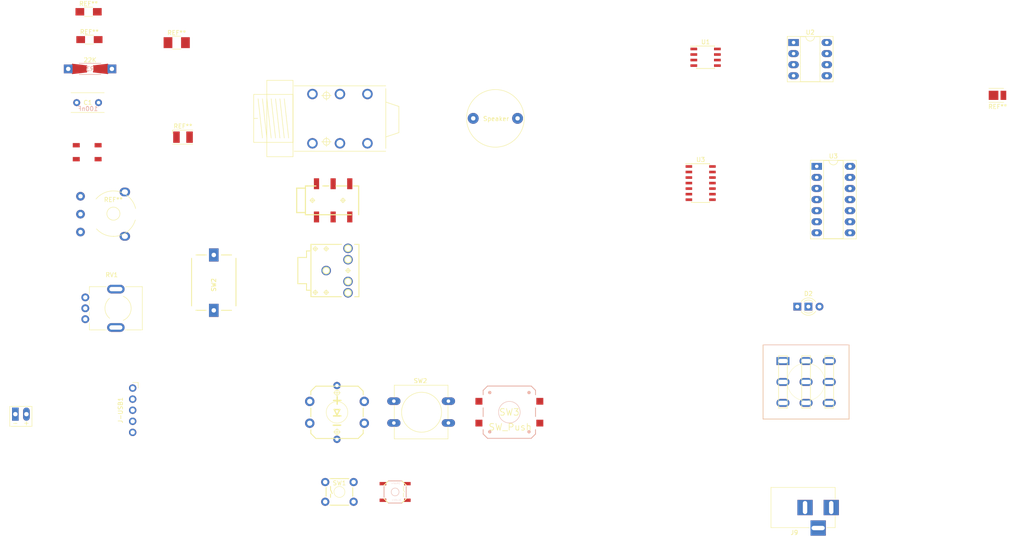
<source format=kicad_pcb>
(kicad_pcb (version 4) (host pcbnew 4.0.7-e0-6372~58~ubuntu16.04.1)

  (general
    (links 0)
    (no_connects 0)
    (area 26.933808 19.485 261.658572 142.955001)
    (thickness 1.6)
    (drawings 0)
    (tracks 0)
    (zones 0)
    (modules 29)
    (nets 1)
  )

  (page A4)
  (layers
    (0 F.Cu signal)
    (31 B.Cu signal)
    (32 B.Adhes user)
    (33 F.Adhes user)
    (34 B.Paste user)
    (35 F.Paste user)
    (36 B.SilkS user)
    (37 F.SilkS user)
    (38 B.Mask user)
    (39 F.Mask user)
    (40 Dwgs.User user)
    (41 Cmts.User user)
    (42 Eco1.User user)
    (43 Eco2.User user)
    (44 Edge.Cuts user)
    (45 Margin user)
    (46 B.CrtYd user)
    (47 F.CrtYd user)
    (48 B.Fab user)
    (49 F.Fab user)
  )

  (setup
    (last_trace_width 0.25)
    (trace_clearance 0.2)
    (zone_clearance 0.508)
    (zone_45_only no)
    (trace_min 0.2)
    (segment_width 0.2)
    (edge_width 0.15)
    (via_size 0.6)
    (via_drill 0.4)
    (via_min_size 0.4)
    (via_min_drill 0.3)
    (uvia_size 0.3)
    (uvia_drill 0.1)
    (uvias_allowed no)
    (uvia_min_size 0.2)
    (uvia_min_drill 0.1)
    (pcb_text_width 0.3)
    (pcb_text_size 1.5 1.5)
    (mod_edge_width 0.15)
    (mod_text_size 1 1)
    (mod_text_width 0.15)
    (pad_size 1.524 1.524)
    (pad_drill 0.762)
    (pad_to_mask_clearance 0.2)
    (aux_axis_origin 0 0)
    (visible_elements FFFFFF7F)
    (pcbplotparams
      (layerselection 0x00030_80000001)
      (usegerberextensions false)
      (excludeedgelayer true)
      (linewidth 0.100000)
      (plotframeref false)
      (viasonmask false)
      (mode 1)
      (useauxorigin false)
      (hpglpennumber 1)
      (hpglpenspeed 20)
      (hpglpendiameter 15)
      (hpglpenoverlay 2)
      (psnegative false)
      (psa4output false)
      (plotreference true)
      (plotvalue true)
      (plotinvisibletext false)
      (padsonsilk false)
      (subtractmaskfromsilk false)
      (outputformat 1)
      (mirror false)
      (drillshape 0)
      (scaleselection 1)
      (outputdirectory ""))
  )

  (net 0 "")

  (net_class Default "This is the default net class."
    (clearance 0.2)
    (trace_width 0.25)
    (via_dia 0.6)
    (via_drill 0.4)
    (uvia_dia 0.3)
    (uvia_drill 0.1)
  )

  (module 8BitMixtape_DIY-CAD:AUDIO-Jack_3.5mm_5Pin (layer F.Cu) (tedit 5B570C47) (tstamp 5B5741EA)
    (at 101.73128 81.64936)
    (descr "KIT FOOTPRINT FOR 1/8\" AUDIO JACK.")
    (tags "KIT FOOTPRINT FOR 1/8\" AUDIO JACK.")
    (attr virtual)
    (fp_text reference J3 (at -0.254 -2.7432) (layer Eco2.User)
      (effects (font (thickness 0.0254)))
    )
    (fp_text value "" (at -0.21128 -1.81936) (layer Dwgs.User)
      (effects (font (size 0.4064 0.4064) (thickness 0.0254)))
    )
    (fp_line (start 7.49808 -5.99948) (end 7.49808 5.99948) (layer F.SilkS) (width 0.2032))
    (fp_line (start -3.49758 -5.99948) (end -3.49758 -4.49834) (layer F.SilkS) (width 0.2032))
    (fp_line (start -3.49758 4.49834) (end -3.49758 5.99948) (layer F.SilkS) (width 0.2032))
    (fp_line (start -4.49834 -4.49834) (end -4.49834 -2.99974) (layer F.SilkS) (width 0.2032))
    (fp_line (start -4.49834 2.99974) (end -4.49834 4.49834) (layer F.SilkS) (width 0.2032))
    (fp_line (start -4.49834 4.49834) (end -3.49758 4.49834) (layer F.SilkS) (width 0.2032))
    (fp_line (start -4.49834 -4.49834) (end -3.49758 -4.49834) (layer F.SilkS) (width 0.2032))
    (fp_line (start -6.49986 -2.99974) (end -6.49986 2.99974) (layer F.SilkS) (width 0.2032))
    (fp_line (start -6.49986 2.99974) (end -4.49834 2.99974) (layer F.SilkS) (width 0.2032))
    (fp_line (start -6.49986 -2.99974) (end -4.49834 -2.99974) (layer F.SilkS) (width 0.2032))
    (fp_line (start -3.49758 -5.99948) (end 3.49758 -5.99948) (layer F.SilkS) (width 0.2032))
    (fp_line (start 7.49808 -5.99948) (end 6.49986 -5.99948) (layer F.SilkS) (width 0.2032))
    (fp_line (start -3.49758 -5.99948) (end -3.49758 5.99948) (layer F.SilkS) (width 0.2032))
    (fp_line (start -3.49758 5.99948) (end 3.49758 5.99948) (layer F.SilkS) (width 0.2032))
    (fp_line (start 7.49808 5.99948) (end 6.49986 5.99948) (layer F.SilkS) (width 0.2032))
    (fp_circle (center 0 0) (end -0.3302 0.3302) (layer F.SilkS) (width 0))
    (fp_circle (center 4.99872 -5.09778) (end 5.32892 -5.42798) (layer F.SilkS) (width 0))
    (fp_circle (center 4.99872 -2.49936) (end 5.32892 -2.82956) (layer F.SilkS) (width 0))
    (fp_circle (center 4.99872 2.49936) (end 5.32892 2.82956) (layer F.SilkS) (width 0))
    (fp_circle (center 4.99872 5.09778) (end 5.32892 5.42798) (layer F.SilkS) (width 0))
    (fp_circle (center 0 0) (end -0.6096 0.6096) (layer F.SilkS) (width 0))
    (fp_circle (center 4.99872 -5.09778) (end 5.60832 -5.70738) (layer F.SilkS) (width 0))
    (fp_circle (center 4.99872 5.09778) (end 5.60832 5.70738) (layer F.SilkS) (width 0))
    (fp_circle (center 4.99872 2.49936) (end 5.60832 3.10896) (layer F.SilkS) (width 0))
    (fp_circle (center 4.99872 -2.49936) (end 5.60832 -3.10896) (layer F.SilkS) (width 0))
    (fp_circle (center 0 -4.99872) (end -0.29972 -5.29844) (layer F.SilkS) (width 0.127))
    (fp_line (start -0.59944 -4.99872) (end 0.59944 -4.99872) (layer F.SilkS) (width 0.127))
    (fp_line (start 0 -4.39928) (end 0 -5.59816) (layer F.SilkS) (width 0.127))
    (fp_circle (center -2.49936 -4.99872) (end -2.79908 -5.29844) (layer F.SilkS) (width 0.127))
    (fp_line (start -3.0988 -4.99872) (end -1.89992 -4.99872) (layer F.SilkS) (width 0.127))
    (fp_line (start -2.49936 -4.39928) (end -2.49936 -5.59816) (layer F.SilkS) (width 0.127))
    (fp_circle (center -2.49936 4.99872) (end -2.79908 5.29844) (layer F.SilkS) (width 0.127))
    (fp_line (start -3.0988 4.99872) (end -1.89992 4.99872) (layer F.SilkS) (width 0.127))
    (fp_line (start -2.49936 5.59816) (end -2.49936 4.39928) (layer F.SilkS) (width 0.127))
    (fp_circle (center 0 4.99872) (end -0.29972 5.29844) (layer F.SilkS) (width 0.127))
    (fp_line (start -0.59944 4.99872) (end 0.59944 4.99872) (layer F.SilkS) (width 0.127))
    (fp_line (start 0 5.59816) (end 0 4.39928) (layer F.SilkS) (width 0.127))
    (fp_circle (center 4.99872 0) (end 5.29844 0.29972) (layer F.SilkS) (width 0.127))
    (fp_line (start 4.39928 0) (end 5.59816 0) (layer F.SilkS) (width 0.127))
    (fp_line (start 4.99872 0.59944) (end 4.99872 -0.59944) (layer F.SilkS) (width 0.127))
    (pad 3 thru_hole circle (at 4.99872 -5.09778) (size 2.18186 2.18186) (drill 1.29794) (layers *.Cu *.Mask))
    (pad 6 thru_hole circle (at 4.99872 -2.49936) (size 2.18186 2.18186) (drill 1.29794) (layers *.Cu *.Mask))
    (pad 1 thru_hole circle (at 0 0) (size 2.18186 2.18186) (drill 1.29794) (layers *.Cu *.Mask))
    (pad 2 thru_hole circle (at 4.99872 5.09778) (size 2.18186 2.18186) (drill 1.29794) (layers *.Cu *.Mask))
    (pad 5 thru_hole circle (at 4.99872 2.49936) (size 2.18186 2.18186) (drill 1.29794) (layers *.Cu *.Mask))
  )

  (module 8BitMixtape_DIY-CAD:AUDIO-JACK-3.5mm_SMD (layer F.Cu) (tedit 5B570C1B) (tstamp 5B5740F5)
    (at 96.97 65.55)
    (attr smd)
    (fp_text reference J2 (at 5.08 -1.27) (layer Dwgs.User)
      (effects (font (thickness 0.15)))
    )
    (fp_text value "" (at 6.35 1.27) (layer Dwgs.User)
      (effects (font (size 1 1) (thickness 0.15)))
    )
    (fp_line (start 0.49784 3.29946) (end 10.49782 3.29946) (layer F.SilkS) (width 0.254))
    (fp_line (start 12.19962 -3.29946) (end 12.19962 3.29946) (layer F.SilkS) (width 0.254))
    (fp_line (start 12.19962 -3.29946) (end 10.9982 -3.29946) (layer F.SilkS) (width 0.254))
    (fp_line (start 0.49784 -3.29946) (end 0 -3.29946) (layer F.SilkS) (width 0.254))
    (fp_line (start 0 -3.29946) (end 0 -2.79908) (layer F.SilkS) (width 0.254))
    (fp_line (start 0 -2.79908) (end 0 2.79908) (layer F.SilkS) (width 0.254))
    (fp_line (start 0 2.79908) (end 0 3.29946) (layer F.SilkS) (width 0.254))
    (fp_line (start 0 3.29946) (end 0.49784 3.29946) (layer F.SilkS) (width 0.254))
    (fp_line (start 0 -2.79908) (end -1.99898 -2.79908) (layer F.SilkS) (width 0.254))
    (fp_line (start -1.99898 -2.79908) (end -1.99898 2.79908) (layer F.SilkS) (width 0.254))
    (fp_line (start -1.99898 2.79908) (end 0 2.79908) (layer F.SilkS) (width 0.254))
    (fp_line (start 6.9977 -3.29946) (end 9.398 -3.29946) (layer F.SilkS) (width 0.254))
    (fp_line (start 3.99796 -3.29946) (end 5.3975 -3.29946) (layer F.SilkS) (width 0.254))
    (fp_line (start 0.49784 -3.29946) (end 2.39776 -3.29946) (layer F.SilkS) (width 0.254))
    (fp_circle (center 1.59766 0) (end 1.89738 0.29972) (layer F.SilkS) (width 0.127))
    (fp_line (start 0.99822 0) (end 2.19964 0) (layer F.SilkS) (width 0.127))
    (fp_line (start 1.59766 0.59944) (end 1.59766 -0.59944) (layer F.SilkS) (width 0.127))
    (fp_circle (center 8.5979 0) (end 8.89762 0.29972) (layer F.SilkS) (width 0.127))
    (fp_line (start 7.99846 0) (end 9.19988 0) (layer F.SilkS) (width 0.127))
    (fp_line (start 8.5979 0.59944) (end 8.5979 -0.59944) (layer F.SilkS) (width 0.127))
    (pad 1 smd rect (at 2.54 -3.81) (size 1.19888 2.49936) (layers F.Cu F.Paste F.Mask))
    (pad 3 smd rect (at 6.35 -3.81) (size 1.19888 2.49936) (layers F.Cu F.Paste F.Mask))
    (pad 2 smd rect (at 10.16 -3.81) (size 1.19888 2.49936) (layers F.Cu F.Paste F.Mask))
    (pad R smd rect (at 6.35 3.81) (size 1.19888 2.49936) (layers F.Cu F.Paste F.Mask))
    (pad S smd rect (at 2.54 3.81) (size 1.19888 2.49936) (layers F.Cu F.Paste F.Mask))
    (pad T smd rect (at 10.16 3.81) (size 1.19888 2.49936) (layers F.Cu F.Paste F.Mask))
  )

  (module 8BitMixtape_DIY-CAD:AUDIO-6.5mm-JACK_Stereo_switched (layer F.Cu) (tedit 5B570C17) (tstamp 5B574019)
    (at 94.38218 45.52056)
    (attr virtual)
    (fp_text reference J1 (at 7.112 3.81) (layer Eco2.User)
      (effects (font (size 1.778 1.778) (thickness 0.1524)))
    )
    (fp_text value "" (at 10.922 1.016) (layer F.SilkS)
      (effects (font (size 1.2 1.2) (thickness 0.1524)))
    )
    (fp_line (start 0 8.76808) (end 20.99818 8.76808) (layer F.SilkS) (width 0.127))
    (fp_line (start 20.99818 8.128256) (end 20.99818 -5.589306) (layer F.SilkS) (width 0.127))
    (fp_line (start 20.99818 -6.22808) (end 0 -6.22808) (layer F.SilkS) (width 0.127))
    (fp_line (start 23.99792 1.49606) (end 23.99792 -1.50368) (layer F.SilkS) (width 0.127))
    (fp_line (start 23.99792 1.49606) (end 23.99792 4.49326) (layer F.SilkS) (width 0.127))
    (fp_line (start -9.25322 -4.25958) (end -0.254 -4.25958) (layer F.SilkS) (width 0.127))
    (fp_line (start -0.254 -4.25958) (end -0.254 6.73862) (layer F.SilkS) (width 0.127))
    (fp_line (start -0.254 6.73862) (end -9.25322 6.73862) (layer F.SilkS) (width 0.127))
    (fp_line (start -9.25322 6.73862) (end -9.25322 1.24206) (layer F.SilkS) (width 0.127))
    (fp_line (start -9.25322 1.24206) (end -9.25322 -4.25958) (layer F.SilkS) (width 0.127))
    (fp_line (start -8.25246 -3.25882) (end -7.2517 5.73786) (layer F.SilkS) (width 0.127))
    (fp_line (start -7.2517 -3.25882) (end -6.25348 5.73786) (layer F.SilkS) (width 0.127))
    (fp_line (start -6.25348 -3.25882) (end -5.25272 5.73786) (layer F.SilkS) (width 0.127))
    (fp_line (start -5.25272 -3.25882) (end -4.25196 5.73786) (layer F.SilkS) (width 0.127))
    (fp_line (start -4.25196 -3.25882) (end -3.25374 5.73786) (layer F.SilkS) (width 0.127))
    (fp_line (start -3.25374 -3.25882) (end -2.25298 5.73786) (layer F.SilkS) (width 0.127))
    (fp_line (start -2.25298 -3.25882) (end -1.25222 5.73786) (layer F.SilkS) (width 0.127))
    (fp_line (start 23.99792 -1.50368) (end 20.99818 -2.50444) (layer F.SilkS) (width 0.127))
    (fp_line (start 23.99792 4.49326) (end 20.99818 5.49148) (layer F.SilkS) (width 0.127))
    (fp_line (start -9.25322 1.24206) (end -8.35152 1.24206) (layer F.SilkS) (width 0.127))
    (fp_line (start -6.25348 -7.47776) (end -0.254 -7.47776) (layer F.SilkS) (width 0.127))
    (fp_line (start -6.25348 10.01776) (end -0.254 10.01776) (layer F.SilkS) (width 0.127))
    (fp_line (start -6.25348 -7.47776) (end -6.25348 10.01776) (layer F.SilkS) (width 0.127))
    (fp_line (start -0.254 -7.47776) (end -0.254 10.01776) (layer F.SilkS) (width 0.127))
    (fp_circle (center 7.39902 -3.99796) (end 7.94766 -4.5466) (layer F.SilkS) (width 0.127))
    (fp_line (start 6.2992 -3.99796) (end 8.49884 -3.99796) (layer F.SilkS) (width 0.127))
    (fp_line (start 7.39902 -2.89814) (end 7.39902 -5.09778) (layer F.SilkS) (width 0.127))
    (fp_circle (center 7.39902 6.59892) (end 7.94766 7.14756) (layer F.SilkS) (width 0.127))
    (fp_line (start 6.2992 6.59892) (end 8.49884 6.59892) (layer F.SilkS) (width 0.127))
    (fp_line (start 7.39902 7.69874) (end 7.39902 5.4991) (layer F.SilkS) (width 0.127))
    (pad 6 thru_hole circle (at 10.49782 6.94944) (size 2.39776 2.39776) (drill 1.59766) (layers *.Cu *.Mask))
    (pad 3 thru_hole circle (at 10.49782 -4.34848) (size 2.39776 2.39776) (drill 1.59766) (layers *.Cu *.Mask))
    (pad 4 thru_hole circle (at 4.19862 6.94944) (size 2.39776 2.39776) (drill 1.59766) (layers *.Cu *.Mask))
    (pad 1 thru_hole circle (at 4.19862 -4.34848) (size 2.39776 2.39776) (drill 1.59766) (layers *.Cu *.Mask))
    (pad 5 thru_hole circle (at 16.79956 6.94944) (size 2.39776 2.39776) (drill 1.59766) (layers *.Cu *.Mask))
    (pad 2 thru_hole circle (at 16.79956 -4.34848) (size 2.39776 2.39776) (drill 1.59766) (layers *.Cu *.Mask))
  )

  (module 8BitMixtape_Stomp:BUZZER (layer F.Cu) (tedit 5B560BF6) (tstamp 5B575045)
    (at 140.49 46.75)
    (fp_text reference LS1 (at 0.24892 -1.75006) (layer Eco2.User)
      (effects (font (size 1 1) (thickness 0.15)))
    )
    (fp_text value Speaker (at 0.15 0.08) (layer F.SilkS)
      (effects (font (size 1 1) (thickness 0.15)))
    )
    (fp_circle (center 0 0) (end 6.604 0) (layer F.SilkS) (width 0.12))
    (pad 2 thru_hole circle (at 5.08 0) (size 2.49936 2.49936) (drill 1.00076) (layers *.Cu *.Mask))
    (pad 1 thru_hole circle (at -5.08 0) (size 2.49936 2.49936) (drill 1.00076) (layers *.Cu *.Mask))
  )

  (module 8BitMixtape_Stomp:TACTILE-PTH-LED-12MM (layer F.Cu) (tedit 5B48F37A) (tstamp 5B57587E)
    (at 104.21 114.15)
    (attr virtual)
    (fp_text reference SW3 (at -3.81 0 90) (layer Dwgs.User)
      (effects (font (thickness 0.15)))
    )
    (fp_text value SW_Push (at 2.72034 -0.01778 90) (layer Dwgs.User)
      (effects (font (thickness 0.15)))
    )
    (fp_line (start -5.99948 -3.99796) (end -5.99948 -4.84886) (layer F.SilkS) (width 0.2032))
    (fp_line (start -4.84886 -5.99948) (end 4.84886 -5.99948) (layer F.SilkS) (width 0.2032))
    (fp_line (start 5.99948 -4.84886) (end 5.99948 -3.99796) (layer F.SilkS) (width 0.2032))
    (fp_line (start 5.99948 -0.99822) (end 5.99948 0.99822) (layer F.SilkS) (width 0.2032))
    (fp_line (start 5.99948 3.99796) (end 5.99948 4.84886) (layer F.SilkS) (width 0.2032))
    (fp_line (start 4.84886 5.99948) (end -4.84886 5.99948) (layer F.SilkS) (width 0.2032))
    (fp_line (start -5.99948 4.84886) (end -5.99948 3.99796) (layer F.SilkS) (width 0.2032))
    (fp_line (start -5.99948 0.99822) (end -5.99948 -0.99822) (layer F.SilkS) (width 0.2032))
    (fp_line (start 4.84886 -5.99948) (end 5.99948 -4.84886) (layer F.SilkS) (width 0.2032))
    (fp_line (start -5.99948 -4.84886) (end -4.84886 -5.99948) (layer F.SilkS) (width 0.2032))
    (fp_line (start -4.84886 5.99948) (end -5.99948 4.84886) (layer F.SilkS) (width 0.2032))
    (fp_line (start 5.99948 4.84886) (end 4.84886 5.99948) (layer F.SilkS) (width 0.2032))
    (fp_line (start 0.635 -0.635) (end 0 -0.635) (layer F.SilkS) (width 0.3048))
    (fp_line (start 0 -0.635) (end -0.635 -0.635) (layer F.SilkS) (width 0.3048))
    (fp_line (start -0.635 -0.635) (end 0 0.635) (layer F.SilkS) (width 0.3048))
    (fp_line (start 0 0.635) (end 0.635 -0.635) (layer F.SilkS) (width 0.3048))
    (fp_circle (center 0 0) (end -1.74752 1.74752) (layer F.SilkS) (width 0.1016))
    (fp_circle (center 0 -4.49834) (end -0.39878 -4.89712) (layer F.SilkS) (width 0.127))
    (fp_line (start -0.79756 -4.49834) (end 0.79756 -4.49834) (layer F.SilkS) (width 0.127))
    (fp_line (start 0 -3.69824) (end 0 -5.29844) (layer F.SilkS) (width 0.127))
    (fp_circle (center 0 4.49834) (end -0.39878 4.89712) (layer F.SilkS) (width 0.127))
    (fp_line (start -0.79756 4.49834) (end 0.79756 4.49834) (layer F.SilkS) (width 0.127))
    (fp_line (start 0 5.29844) (end 0 3.69824) (layer F.SilkS) (width 0.127))
    (fp_text user + (at 0.04318 -2.87782) (layer F.SilkS)
      (effects (font (size 2.18186 2.18186) (thickness 0.3302)))
    )
    (fp_text user - (at -0.00762 2.79908) (layer F.SilkS)
      (effects (font (size 2.18186 2.18186) (thickness 0.3302)))
    )
    (fp_text user - (at 0.04318 0.66548) (layer F.SilkS)
      (effects (font (size 2.18186 2.18186) (thickness 0.3302)))
    )
    (pad 1 thru_hole circle (at -6.2484 -2.49936) (size 2.159 2.159) (drill 1.19888) (layers *.Cu *.Mask))
    (pad 1 thru_hole circle (at 6.2484 -2.49936) (size 2.159 2.159) (drill 1.19888) (layers *.Cu *.Mask))
    (pad 2 thru_hole circle (at -6.2484 2.49936) (size 2.159 2.159) (drill 1.19888) (layers *.Cu *.Mask))
    (pad 2 thru_hole circle (at 6.2484 2.49936) (size 2.159 2.159) (drill 1.19888) (layers *.Cu *.Mask))
    (pad A thru_hole circle (at -0.01524 -6.13918) (size 1.6764 1.6764) (drill 0.79756) (layers *.Cu *.Mask))
    (pad C thru_hole circle (at -0.01524 6.19252) (size 1.6764 1.6764) (drill 0.79756) (layers *.Cu *.Mask))
  )

  (module 8BitMixtape_Stomp:TACTILE-PTH_6mm (layer F.Cu) (tedit 5B56173A) (tstamp 5B57609D)
    (at 104.76 132.4)
    (descr "OMRON SWITCH")
    (tags "OMRON SWITCH")
    (attr virtual)
    (fp_text reference SW1 (at 0 -2.032) (layer F.SilkS)
      (effects (font (size 1 1) (thickness 0.127)))
    )
    (fp_text value SW_Push (at -5.25 0.14 90) (layer Eco2.User)
      (effects (font (size 1 1) (thickness 0.15)))
    )
    (fp_line (start 2.159 -3.048) (end -2.159 -3.048) (layer F.SilkS) (width 0.2032))
    (fp_line (start -2.159 3.048) (end 2.159 3.048) (layer F.SilkS) (width 0.2032))
    (fp_line (start 3.048 -0.99568) (end 3.048 1.016) (layer F.SilkS) (width 0.2032))
    (fp_line (start -3.048 -1.02616) (end -3.048 1.016) (layer F.SilkS) (width 0.2032))
    (fp_line (start -2.032 -1.27) (end -2.032 -0.508) (layer F.SilkS) (width 0.2032))
    (fp_line (start -2.032 0.508) (end -2.032 1.27) (layer F.SilkS) (width 0.2032))
    (fp_line (start -2.032 -0.508) (end -1.651 0.381) (layer F.SilkS) (width 0.2032))
    (fp_circle (center 0 0) (end -0.889 0.889) (layer F.SilkS) (width 0.1016))
    (pad 1 thru_hole circle (at -3.2512 -2.2606) (size 1.8796 1.8796) (drill 1.016) (layers *.Cu *.Mask))
    (pad 1 thru_hole circle (at 3.2512 -2.2606) (size 1.8796 1.8796) (drill 1.016) (layers *.Cu *.Mask))
    (pad 2 thru_hole circle (at -3.2512 2.2606) (size 1.8796 1.8796) (drill 1.016) (layers *.Cu *.Mask))
    (pad 2 thru_hole circle (at 3.2512 2.2606) (size 1.8796 1.8796) (drill 1.016) (layers *.Cu *.Mask))
  )

  (module 8BitMixtape_Stomp:Socket_Strip_USB (layer F.Cu) (tedit 5B560AFF) (tstamp 5B5768FB)
    (at 57.4 108.59)
    (descr "Through hole angled socket strip, 1x05, 2.54mm pitch, 8.51mm socket length, single row")
    (tags "Through hole angled socket strip THT 1x05 2.54mm single row")
    (fp_text reference J-USB1 (at -2.794 5.08 270) (layer F.SilkS)
      (effects (font (size 1 1) (thickness 0.15)))
    )
    (fp_text value CONN_01X05 (at -4.38 5.334 90) (layer F.Fab)
      (effects (font (size 1 1) (thickness 0.15)))
    )
    (fp_line (start 0 -0.32) (end 0 0.32) (layer F.Fab) (width 0.1))
    (fp_line (start 0 0.32) (end -1.52 0.32) (layer F.Fab) (width 0.1))
    (fp_line (start -1.52 -0.32) (end 0 -0.32) (layer F.Fab) (width 0.1))
    (fp_line (start 0 2.22) (end 0 2.86) (layer F.Fab) (width 0.1))
    (fp_line (start 0 2.86) (end -1.52 2.86) (layer F.Fab) (width 0.1))
    (fp_line (start -1.52 2.22) (end 0 2.22) (layer F.Fab) (width 0.1))
    (fp_line (start 0 4.76) (end 0 5.4) (layer F.Fab) (width 0.1))
    (fp_line (start 0 5.4) (end -1.52 5.4) (layer F.Fab) (width 0.1))
    (fp_line (start -1.52 4.76) (end 0 4.76) (layer F.Fab) (width 0.1))
    (fp_line (start 0 7.3) (end 0 7.94) (layer F.Fab) (width 0.1))
    (fp_line (start 0 7.94) (end -1.52 7.94) (layer F.Fab) (width 0.1))
    (fp_line (start -1.52 7.3) (end 0 7.3) (layer F.Fab) (width 0.1))
    (fp_line (start 0 9.84) (end 0 10.48) (layer F.Fab) (width 0.1))
    (fp_line (start 0 10.48) (end -1.52 10.48) (layer F.Fab) (width 0.1))
    (fp_line (start -1.52 9.84) (end 0 9.84) (layer F.Fab) (width 0.1))
    (fp_line (start 0 -1.27) (end 1.27 -1.27) (layer F.SilkS) (width 0.12))
    (fp_line (start 1.27 -1.27) (end 1.27 0) (layer F.SilkS) (width 0.12))
    (fp_line (start 1.8 -1.8) (end 1.8 11.95) (layer F.CrtYd) (width 0.05))
    (fp_line (start 1.8 11.95) (end -10.55 11.95) (layer F.CrtYd) (width 0.05))
    (fp_line (start -10.55 11.95) (end -10.55 -1.8) (layer F.CrtYd) (width 0.05))
    (fp_line (start -10.55 -1.8) (end 1.8 -1.8) (layer F.CrtYd) (width 0.05))
    (fp_text user %R (at 2.794 5.08 90) (layer F.Fab)
      (effects (font (size 1 1) (thickness 0.15)))
    )
    (pad 1 thru_hole circle (at 0 0) (size 1.7 1.7) (drill 1) (layers *.Cu *.Mask))
    (pad 2 thru_hole oval (at 0 2.54) (size 1.7 1.7) (drill 1) (layers *.Cu *.Mask))
    (pad 3 thru_hole oval (at 0 5.08) (size 1.7 1.7) (drill 1) (layers *.Cu *.Mask))
    (pad 4 thru_hole oval (at 0 7.62) (size 1.7 1.7) (drill 1) (layers *.Cu *.Mask))
    (pad 5 thru_hole oval (at 0 10.16) (size 1.7 1.7) (drill 1) (layers *.Cu *.Mask))
    (model ${KISYS3DMOD}/Socket_Strips.3dshapes/Socket_Strip_Angled_1x05_Pitch2.54mm.wrl
      (at (xyz 0 -0.2 0))
      (scale (xyz 1 1 1))
      (rotate (xyz 0 0 270))
    )
  )

  (module 8BitMixtape_Stomp:SW_PUSH-12mm_3D (layer F.Cu) (tedit 592546E6) (tstamp 5B57762A)
    (at 123.59 114.13)
    (descr "SW PUSH 12mm https://www.e-switch.com/system/asset/product_line/data_sheet/143/TL1100.pdf")
    (tags "tact sw push 12mm")
    (fp_text reference SW2 (at -0.2827 -7.2) (layer F.SilkS)
      (effects (font (size 1 1) (thickness 0.15)))
    )
    (fp_text value SW_Push (at 0.2573 7.39) (layer F.Fab)
      (effects (font (size 1 1) (thickness 0.15)))
    )
    (fp_line (start -6.1127 5.96) (end 5.8873 5.96) (layer F.Fab) (width 0.1))
    (fp_line (start -6.1127 -6.04) (end 5.8873 -6.04) (layer F.Fab) (width 0.1))
    (fp_line (start 5.8873 -6.04) (end 5.8873 5.96) (layer F.Fab) (width 0.1))
    (fp_text user %R (at -0.0127 0) (layer F.Fab)
      (effects (font (size 1 1) (thickness 0.15)))
    )
    (fp_line (start -6.2627 -6.19) (end 6.0373 -6.19) (layer F.SilkS) (width 0.12))
    (fp_line (start 6.0373 -1.61) (end 6.0373 1.53) (layer F.SilkS) (width 0.12))
    (fp_line (start 6.0373 6.11) (end -6.2627 6.11) (layer F.SilkS) (width 0.12))
    (fp_line (start -6.2627 -3.47) (end -6.2627 -6.19) (layer F.SilkS) (width 0.12))
    (fp_line (start -8.1327 -6.29) (end 7.8873 -6.29) (layer F.CrtYd) (width 0.05))
    (fp_line (start -8.1327 -6.29) (end -8.1327 6.21) (layer F.CrtYd) (width 0.05))
    (fp_line (start 7.8873 6.21) (end 7.8873 -6.29) (layer F.CrtYd) (width 0.05))
    (fp_line (start 7.8873 6.21) (end -8.1327 6.21) (layer F.CrtYd) (width 0.05))
    (fp_circle (center -0.0127 0) (end 3.7973 2.54) (layer F.SilkS) (width 0.12))
    (fp_line (start -6.1127 -6.04) (end -6.1127 5.96) (layer F.Fab) (width 0.1))
    (fp_line (start -6.2627 6.11) (end -6.2627 3.39) (layer F.SilkS) (width 0.12))
    (fp_line (start -6.2627 1.53) (end -6.2627 -1.61) (layer F.SilkS) (width 0.12))
    (fp_line (start 6.0373 3.39) (end 6.0373 6.11) (layer F.SilkS) (width 0.12))
    (fp_line (start 6.0373 -6.19) (end 6.0373 -3.47) (layer F.SilkS) (width 0.12))
    (pad 1 thru_hole oval (at 6.1373 -2.54) (size 3.048 1.7272) (drill 0.8128) (layers *.Cu *.Mask))
    (pad 2 thru_hole oval (at 6.1373 2.46) (size 3.048 1.7272) (drill 0.8128) (layers *.Cu *.Mask))
    (pad 1 thru_hole oval (at -6.3627 -2.54) (size 3.048 1.7272) (drill 0.8128) (layers *.Cu *.Mask))
    (pad 2 thru_hole oval (at -6.3627 2.46) (size 3.048 1.7272) (drill 0.8128) (layers *.Cu *.Mask))
    (model ${KISYS3DMOD}/Buttons_Switches_THT.3dshapes/SW_PUSH-12mm.wrl
      (at (xyz 0.248 -0.1 0))
      (scale (xyz 3.93701 3.93701 3.93701))
      (rotate (xyz 0 0 0))
    )
  )

  (module 8BitMixtape_Stomp:Resistor_SMD+THTuniversal (layer F.Cu) (tedit 5B5613AD) (tstamp 5B577E57)
    (at 47.64 35.41)
    (descr "Resistor, SMD and THT, universal, 0805 to 1206,RM10,  Hand soldering,")
    (tags "Resistor, SMD and THT, universal, 0805 to 1206, RM10, Hand soldering,")
    (fp_text reference R3 (at 0 0) (layer B.SilkS)
      (effects (font (size 1 1) (thickness 0.15)) (justify mirror))
    )
    (fp_text value 22K (at 0 -2.032) (layer F.SilkS)
      (effects (font (size 1 1) (thickness 0.15)))
    )
    (fp_line (start -2.54 -1.27) (end 2.54 -1.27) (layer B.SilkS) (width 0.15))
    (fp_line (start -2.54 1.27) (end 2.54 1.27) (layer B.SilkS) (width 0.15))
    (pad 1 smd trapezoid (at -2.413 0) (size 3.50012 1.99898) (rect_delta 0.39878 0 ) (layers F.Cu F.Paste F.Mask))
    (pad 2 smd trapezoid (at 2.413 0 180) (size 3.50012 1.99898) (rect_delta 0.39878 0 ) (layers F.Cu F.Paste F.Mask))
    (pad 1 thru_hole rect (at -5.00126 0 180) (size 1.99898 1.99898) (drill 1.00076) (layers *.Cu *.Mask))
    (pad 2 thru_hole rect (at 5.00126 0 180) (size 1.99898 1.99898) (drill 1.00076) (layers *.Cu *.Mask))
  )

  (module 8BitMixtape_Stomp:Mixtape_Pot_Alps_RK09K_Horizontal (layer F.Cu) (tedit 5B475460) (tstamp 5B5786DA)
    (at 46.55 92.8)
    (descr "Potentiometer, horizontally mounted, Omeg PC16PU, Omeg PC16PU, Omeg PC16PU, Vishay/Spectrol 248GJ/249GJ Single, Vishay/Spectrol 248GJ/249GJ Single, Vishay/Spectrol 248GJ/249GJ Single, Vishay/Spectrol 248GH/249GH Single, Vishay/Spectrol 148/149 Single, Vishay/Spectrol 148/149 Single, Vishay/Spectrol 148/149 Single, Vishay/Spectrol 148A/149A Single with mounting plates, Vishay/Spectrol 148/149 Double, Vishay/Spectrol 148A/149A Double with mounting plates, Piher PC-16 Single, Piher PC-16 Single, Piher PC-16 Single, Piher PC-16SV Single, Piher PC-16 Double, Piher PC-16 Triple, Piher T16H Single, Piher T16L Single, Piher T16H Double, Alps RK163 Single, Alps RK163 Double, Alps RK097 Single, Alps RK097 Double, Bourns PTV09A-2 Single with mounting sleve Single, Bourns PTV09A-1 with mounting sleve Single, Bourns PRS11S Single, Alps RK09K Single with mounting sleve Single, Alps RK09K with mounting sleve Single, http://www.alps.com/prod/info/E/HTML/Potentiometer/RotaryPotentiometers/RK09K/RK09D1130C1B.html")
    (tags "Potentiometer horizontal  Omeg PC16PU  Omeg PC16PU  Omeg PC16PU  Vishay/Spectrol 248GJ/249GJ Single  Vishay/Spectrol 248GJ/249GJ Single  Vishay/Spectrol 248GJ/249GJ Single  Vishay/Spectrol 248GH/249GH Single  Vishay/Spectrol 148/149 Single  Vishay/Spectrol 148/149 Single  Vishay/Spectrol 148/149 Single  Vishay/Spectrol 148A/149A Single with mounting plates  Vishay/Spectrol 148/149 Double  Vishay/Spectrol 148A/149A Double with mounting plates  Piher PC-16 Single  Piher PC-16 Single  Piher PC-16 Single  Piher PC-16SV Single  Piher PC-16 Double  Piher PC-16 Triple  Piher T16H Single  Piher T16L Single  Piher T16H Double  Alps RK163 Single  Alps RK163 Double  Alps RK097 Single  Alps RK097 Double  Bourns PTV09A-2 Single with mounting sleve Single  Bourns PTV09A-1 with mounting sleve Single  Bourns PRS11S Single  Alps RK09K Single with mounting sleve Single  Alps RK09K with mounting sleve Single")
    (fp_text reference RV1 (at 6.05 -10.15) (layer F.SilkS)
      (effects (font (size 1 1) (thickness 0.15)))
    )
    (fp_text value "POT 10K lin" (at 6.05 5.15) (layer F.Fab)
      (effects (font (size 1 1) (thickness 0.15)))
    )
    (fp_arc (start 7.5 -2.5) (end 8.673 0.262) (angle -134) (layer F.SilkS) (width 0.12))
    (fp_arc (start 7.5 -2.5) (end 5.572 -4.798) (angle -100) (layer F.SilkS) (width 0.12))
    (fp_circle (center 7.5 -2.5) (end 10.75 -2.5) (layer F.Fab) (width 0.1))
    (fp_circle (center 7.5 -2.5) (end 10.5 -2.5) (layer F.Fab) (width 0.1))
    (fp_line (start 1 -7.4) (end 1 2.4) (layer F.Fab) (width 0.1))
    (fp_line (start 1 2.4) (end 13 2.4) (layer F.Fab) (width 0.1))
    (fp_line (start 13 2.4) (end 13 -7.4) (layer F.Fab) (width 0.1))
    (fp_line (start 13 -7.4) (end 1 -7.4) (layer F.Fab) (width 0.1))
    (fp_line (start 0.94 -7.461) (end 4.806 -7.461) (layer F.SilkS) (width 0.12))
    (fp_line (start 9.195 -7.461) (end 13.06 -7.461) (layer F.SilkS) (width 0.12))
    (fp_line (start 0.94 2.46) (end 4.806 2.46) (layer F.SilkS) (width 0.12))
    (fp_line (start 9.195 2.46) (end 13.06 2.46) (layer F.SilkS) (width 0.12))
    (fp_line (start 0.94 -7.461) (end 0.94 -5.825) (layer F.SilkS) (width 0.12))
    (fp_line (start 0.94 -4.175) (end 0.94 -3.325) (layer F.SilkS) (width 0.12))
    (fp_line (start 0.94 -1.675) (end 0.94 -0.825) (layer F.SilkS) (width 0.12))
    (fp_line (start 0.94 0.825) (end 0.94 2.46) (layer F.SilkS) (width 0.12))
    (fp_line (start 13.06 -7.461) (end 13.06 2.46) (layer F.SilkS) (width 0.12))
    (fp_line (start -1.15 -9.15) (end -1.15 4.15) (layer F.CrtYd) (width 0.05))
    (fp_line (start -1.15 4.15) (end 13.25 4.15) (layer F.CrtYd) (width 0.05))
    (fp_line (start 13.25 4.15) (end 13.25 -9.15) (layer F.CrtYd) (width 0.05))
    (fp_line (start 13.25 -9.15) (end -1.15 -9.15) (layer F.CrtYd) (width 0.05))
    (pad 3 thru_hole circle (at 0 -5) (size 1.8 1.8) (drill 1) (layers *.Cu *.Mask))
    (pad 2 thru_hole circle (at 0 -2.5) (size 1.8 1.8) (drill 1) (layers *.Cu *.Mask))
    (pad 1 thru_hole circle (at 0 0) (size 1.8 1.8) (drill 1) (layers *.Cu *.Mask))
    (pad "" np_thru_hole oval (at 7 -6.9) (size 4 2) (drill oval 3 1) (layers *.Cu *.Mask))
    (pad "" np_thru_hole oval (at 7 1.9) (size 4 2) (drill oval 3 1) (layers *.Cu *.Mask))
    (model Potentiometers.3dshapes/Potentiometer_Alps_RK09K_Horizontal.wrl
      (at (xyz 0 0 0))
      (scale (xyz 0.393701 0.393701 0.393701))
      (rotate (xyz 0 0 0))
    )
  )

  (module 8BitMixtape_Stomp:Mixtape_NEO_WS2812B (layer F.Cu) (tedit 5B1E3B49) (tstamp 5B578EF7)
    (at 46.98 54.51)
    (descr http://www.world-semi.com/uploads/soft/150522/1-150522091P5.pdf)
    (tags "LED NeoPixel")
    (attr smd)
    (fp_text reference "" (at 0 6.35) (layer F.SilkS)
      (effects (font (size 1 1) (thickness 0.15)))
    )
    (fp_text value NEO (at 0 0) (layer F.Fab)
      (effects (font (size 1 1) (thickness 0.15)))
    )
    (fp_line (start 3.75 -2.85) (end -3.75 -2.85) (layer F.CrtYd) (width 0.05))
    (fp_line (start 3.75 2.85) (end 3.75 -2.85) (layer F.CrtYd) (width 0.05))
    (fp_line (start -3.75 2.85) (end 3.75 2.85) (layer F.CrtYd) (width 0.05))
    (fp_line (start -3.75 -2.85) (end -3.75 2.85) (layer F.CrtYd) (width 0.05))
    (fp_line (start 2.5 1.5) (end 1.5 2.5) (layer F.Fab) (width 0.1))
    (fp_line (start -2.5 -2.5) (end -2.5 2.5) (layer F.Fab) (width 0.1))
    (fp_line (start -2.5 2.5) (end 2.5 2.5) (layer F.Fab) (width 0.1))
    (fp_line (start 2.5 2.5) (end 2.5 -2.5) (layer F.Fab) (width 0.1))
    (fp_line (start 2.5 -2.5) (end -2.5 -2.5) (layer F.Fab) (width 0.1))
    (fp_circle (center 0 0) (end 0 -2) (layer F.Fab) (width 0.1))
    (pad 3 smd rect (at 2.5 1.6) (size 1.6 1) (layers F.Cu F.Paste F.Mask))
    (pad 4 smd rect (at 2.5 -1.6) (size 1.6 1) (layers F.Cu F.Paste F.Mask))
    (pad 2 smd rect (at -2.5 1.6) (size 1.6 1) (layers F.Cu F.Paste F.Mask))
    (pad 1 smd rect (at -2.5 -1.6) (size 1.6 1) (layers F.Cu F.Paste F.Mask))
    (model ${KISYS3DMOD}/LEDs.3dshapes/LED_WS2812B-PLCC4.wrl
      (at (xyz 0 0 0))
      (scale (xyz 0.39 0.39 0.39))
      (rotate (xyz 0 0 180))
    )
  )

  (module 8BitMixtape_Stomp:Capacitor (layer F.Cu) (tedit 5B561471) (tstamp 5B57976D)
    (at 44.58 43.14)
    (descr "C, Disc series, Radial, pin pitch=5.00mm, , diameter*width=7.5*4.4mm^2, Capacitor")
    (tags "C Disc series Radial pin pitch 5.00mm  diameter 7.5mm width 4.4mm Capacitor")
    (fp_text reference C1 (at 2.54 0) (layer F.SilkS)
      (effects (font (size 1 1) (thickness 0.15)))
    )
    (fp_text value 100nF (at 2.54 1.4) (layer B.SilkS)
      (effects (font (size 1 1) (thickness 0.15)) (justify mirror))
    )
    (fp_line (start -1.25 -2.2) (end -1.25 2.2) (layer F.Fab) (width 0.1))
    (fp_line (start -1.25 2.2) (end 6.25 2.2) (layer F.Fab) (width 0.1))
    (fp_line (start 6.25 2.2) (end 6.25 -2.2) (layer F.Fab) (width 0.1))
    (fp_line (start 6.25 -2.2) (end -1.25 -2.2) (layer F.Fab) (width 0.1))
    (fp_line (start -1.31 -2.26) (end 6.31 -2.26) (layer F.SilkS) (width 0.12))
    (fp_line (start -1.31 2.26) (end 6.31 2.26) (layer F.SilkS) (width 0.12))
    (fp_line (start -1.6 -2.55) (end -1.6 2.55) (layer F.CrtYd) (width 0.05))
    (fp_line (start -1.6 2.55) (end 6.6 2.55) (layer F.CrtYd) (width 0.05))
    (fp_line (start 6.6 2.55) (end 6.6 -2.55) (layer F.CrtYd) (width 0.05))
    (fp_line (start 6.6 -2.55) (end -1.6 -2.55) (layer F.CrtYd) (width 0.05))
    (fp_text user %R (at 2.5 0) (layer F.Fab)
      (effects (font (size 1 1) (thickness 0.15)))
    )
    (pad 1 thru_hole circle (at 0 0) (size 1.6 1.6) (drill 0.8) (layers *.Cu *.Mask))
    (pad 2 thru_hole circle (at 5 0) (size 1.6 1.6) (drill 0.8) (layers *.Cu *.Mask))
    (model ${KISYS3DMOD}/Capacitors_THT.3dshapes/C_Disc_D7.5mm_W4.4mm_P5.00mm.wrl
      (at (xyz 0 0 0))
      (scale (xyz 0.4 0.4 0.4))
      (rotate (xyz 0 0 0))
    )
  )

  (module 8BitMixtape_Stomp:Bat_connector+- (layer F.Cu) (tedit 5B5614CD) (tstamp 5B579F79)
    (at 30.52 114.57)
    (fp_text reference BT1 (at 1.27 -1.016) (layer Eco2.User)
      (effects (font (size 1 1) (thickness 0.15)))
    )
    (fp_text value Battery_Cell (at 1.09 -2.76) (layer F.Fab)
      (effects (font (size 1 1) (thickness 0.15)))
    )
    (fp_text user + (at 2.54 2.032) (layer F.SilkS)
      (effects (font (size 1 1) (thickness 0.15)))
    )
    (fp_text user - (at 0 2.032) (layer F.SilkS)
      (effects (font (size 1 1) (thickness 0.15)))
    )
    (fp_line (start 3.81 2.794) (end -1.27 2.794) (layer F.SilkS) (width 0.12))
    (fp_line (start -1.27 -1.778) (end 3.81 -1.778) (layer F.SilkS) (width 0.12))
    (fp_line (start -1.27 -1.778) (end -1.27 2.794) (layer F.SilkS) (width 0.12))
    (fp_line (start 3.81 -1.778) (end 3.81 2.794) (layer F.SilkS) (width 0.12))
    (fp_line (start -1.524 -2.032) (end 4.064 -2.032) (layer F.CrtYd) (width 0.05))
    (fp_line (start -1.524 -2.032) (end -1.524 3.048) (layer F.CrtYd) (width 0.05))
    (fp_line (start 4.064 3.048) (end 4.064 -2.032) (layer F.CrtYd) (width 0.05))
    (fp_line (start 4.064 3.048) (end -1.524 3.048) (layer F.CrtYd) (width 0.05))
    (pad 2 thru_hole rect (at 0 0) (size 1.51 3.01) (drill 1) (layers *.Cu *.Mask))
    (pad 1 thru_hole oval (at 2.54 0) (size 1.51 3.01) (drill 1) (layers *.Cu *.Mask))
  )

  (module 8BitMixtapes_all:C_1206_mixtapeStyle (layer F.Cu) (tedit 58AA84D1) (tstamp 5B57B4B0)
    (at 47.49 28.69)
    (descr "Capacitor SMD 1206, hand soldering")
    (tags "capacitor 1206")
    (attr smd)
    (fp_text reference REF** (at 0 -1.75) (layer F.SilkS)
      (effects (font (size 1 1) (thickness 0.15)))
    )
    (fp_text value C_1206_HandSoldering (at 0 2) (layer F.Fab)
      (effects (font (size 1 1) (thickness 0.15)))
    )
    (fp_text user %R (at 0 -1.75) (layer F.Fab)
      (effects (font (size 1 1) (thickness 0.15)))
    )
    (fp_line (start -1.6 0.8) (end -1.6 -0.8) (layer F.Fab) (width 0.1))
    (fp_line (start 1.6 0.8) (end -1.6 0.8) (layer F.Fab) (width 0.1))
    (fp_line (start 1.6 -0.8) (end 1.6 0.8) (layer F.Fab) (width 0.1))
    (fp_line (start -1.6 -0.8) (end 1.6 -0.8) (layer F.Fab) (width 0.1))
    (fp_line (start 1 -1.02) (end -1 -1.02) (layer F.SilkS) (width 0.12))
    (fp_line (start -1 1.02) (end 1 1.02) (layer F.SilkS) (width 0.12))
    (fp_line (start -3.25 -1.05) (end 3.25 -1.05) (layer F.CrtYd) (width 0.05))
    (fp_line (start -3.25 -1.05) (end -3.25 1.05) (layer F.CrtYd) (width 0.05))
    (fp_line (start 3.25 1.05) (end 3.25 -1.05) (layer F.CrtYd) (width 0.05))
    (fp_line (start 3.25 1.05) (end -3.25 1.05) (layer F.CrtYd) (width 0.05))
    (pad 1 smd rect (at -2 0) (size 2 1.6) (layers F.Cu F.Paste F.Mask))
    (pad 2 smd rect (at 2 0) (size 2 1.6) (layers F.Cu F.Paste F.Mask))
    (model Capacitors_SMD.3dshapes/C_1206.wrl
      (at (xyz 0 0 0))
      (scale (xyz 1 1 1))
      (rotate (xyz 0 0 0))
    )
  )

  (module 8BitMixtapes_all:TACTILE-SMD-12MM (layer F.Cu) (tedit 5B48EDF2) (tstamp 5B57C396)
    (at 143.69 114.12)
    (attr smd)
    (fp_text reference SW3 (at 0 0) (layer F.SilkS)
      (effects (font (thickness 0.15)))
    )
    (fp_text value SW_Push (at 0.18288 3.41376) (layer F.SilkS)
      (effects (font (thickness 0.15)))
    )
    (fp_line (start -5.99948 -3.99796) (end -5.99948 -4.99872) (layer B.SilkS) (width 0.2032))
    (fp_line (start -4.99872 -5.99948) (end 4.99872 -5.99948) (layer B.SilkS) (width 0.2032))
    (fp_line (start 5.99948 -4.99872) (end 5.99948 -3.99796) (layer B.SilkS) (width 0.2032))
    (fp_line (start 5.99948 -0.99822) (end 5.99948 0.99822) (layer B.SilkS) (width 0.2032))
    (fp_line (start 5.99948 3.99796) (end 5.99948 4.99872) (layer B.SilkS) (width 0.2032))
    (fp_line (start 4.99872 5.99948) (end -4.99872 5.99948) (layer B.SilkS) (width 0.2032))
    (fp_line (start -5.99948 4.99872) (end -5.99948 3.99796) (layer B.SilkS) (width 0.2032))
    (fp_line (start -5.99948 0.99822) (end -5.99948 -0.99822) (layer B.SilkS) (width 0.2032))
    (fp_line (start -5.99948 4.99872) (end -4.99872 5.99948) (layer B.SilkS) (width 0.2032))
    (fp_line (start 5.99948 4.99872) (end 4.99872 5.99948) (layer B.SilkS) (width 0.2032))
    (fp_line (start 5.99948 -4.99872) (end 4.99872 -5.99948) (layer B.SilkS) (width 0.2032))
    (fp_line (start -4.99872 -5.99948) (end -5.99948 -4.99872) (layer B.SilkS) (width 0.2032))
    (fp_circle (center 0 0) (end -1.74752 1.74752) (layer B.SilkS) (width 0.1016))
    (fp_circle (center -4.49834 -4.49834) (end -4.6482 -4.6482) (layer B.SilkS) (width 0.34798))
    (fp_circle (center 4.49834 -4.49834) (end 4.6482 -4.6482) (layer B.SilkS) (width 0.34798))
    (fp_circle (center 4.49834 4.49834) (end 4.6482 4.6482) (layer B.SilkS) (width 0.34798))
    (fp_circle (center -4.49834 4.49834) (end -4.6482 4.6482) (layer B.SilkS) (width 0.34798))
    (pad 1 smd rect (at 6.97484 2.49936) (size 1.59766 1.5494) (layers F.Cu F.Paste F.Mask))
    (pad 1 smd rect (at -6.97484 2.49936) (size 1.59766 1.5494) (layers F.Cu F.Paste F.Mask))
    (pad 2 smd rect (at 6.97484 -2.49936) (size 1.59766 1.5494) (layers F.Cu F.Paste F.Mask))
    (pad 2 smd rect (at -6.97484 -2.49936) (size 1.59766 1.5494) (layers F.Cu F.Paste F.Mask))
  )

  (module SparkFun-Electromechanical:TACTILE-SWITCH-SMD (layer F.Cu) (tedit 200000) (tstamp 5B58A37C)
    (at 117.52 132.41)
    (attr smd)
    (fp_text reference >NAME (at 0.127 -1.9812) (layer B.SilkS)
      (effects (font (size 0.4064 0.4064) (thickness 0.0254)))
    )
    (fp_text value >VALUE (at 0.3302 1.8288) (layer B.SilkS)
      (effects (font (size 0.4064 0.4064) (thickness 0.0254)))
    )
    (fp_line (start -1.53924 2.54) (end -2.54 1.53924) (layer F.SilkS) (width 0.2032))
    (fp_line (start -2.54 1.23952) (end -2.54 -1.27) (layer B.SilkS) (width 0.2032))
    (fp_line (start -2.54 -1.53924) (end -1.53924 -2.54) (layer F.SilkS) (width 0.2032))
    (fp_line (start -1.53924 -2.54) (end 1.53924 -2.54) (layer B.SilkS) (width 0.2032))
    (fp_line (start 1.53924 -2.54) (end 2.54 -1.53924) (layer F.SilkS) (width 0.2032))
    (fp_line (start 2.54 -1.23952) (end 2.54 1.23952) (layer B.SilkS) (width 0.2032))
    (fp_line (start 2.54 1.53924) (end 1.53924 2.54) (layer F.SilkS) (width 0.2032))
    (fp_line (start 1.53924 2.54) (end -1.53924 2.54) (layer B.SilkS) (width 0.2032))
    (fp_line (start 1.905 -1.27) (end 1.905 -0.4445) (layer F.SilkS) (width 0.127))
    (fp_line (start 1.905 -0.4445) (end 2.159 0.00762) (layer F.SilkS) (width 0.127))
    (fp_line (start 1.905 0.2286) (end 1.905 1.11252) (layer F.SilkS) (width 0.127))
    (fp_circle (center 0 0) (end -0.635 0.635) (layer B.SilkS) (width 0.1016))
    (pad 1 smd rect (at -2.794 -1.905 90) (size 0.762 1.524) (layers F.Cu F.Paste F.Mask))
    (pad 2 smd rect (at 2.794 -1.905 90) (size 0.762 1.524) (layers F.Cu F.Paste F.Mask))
    (pad 3 smd rect (at -2.794 1.905 90) (size 0.762 1.524) (layers F.Cu F.Paste F.Mask))
    (pad 4 smd rect (at 2.794 1.905 90) (size 0.762 1.524) (layers F.Cu F.Paste F.Mask))
  )

  (module Housings_SOIC:SOIC-8_3.9x4.9mm_Pitch1.27mm (layer F.Cu) (tedit 58CD0CDA) (tstamp 5B5BE17B)
    (at 188.64 32.745)
    (descr "8-Lead Plastic Small Outline (SN) - Narrow, 3.90 mm Body [SOIC] (see Microchip Packaging Specification 00000049BS.pdf)")
    (tags "SOIC 1.27")
    (path /5B5BE17D)
    (attr smd)
    (fp_text reference U1 (at 0 -3.5) (layer F.SilkS)
      (effects (font (size 1 1) (thickness 0.15)))
    )
    (fp_text value ATTINY85-20PU (at 0 3.5) (layer F.Fab)
      (effects (font (size 1 1) (thickness 0.15)))
    )
    (fp_text user %R (at 0 0) (layer F.Fab)
      (effects (font (size 1 1) (thickness 0.15)))
    )
    (fp_line (start -0.95 -2.45) (end 1.95 -2.45) (layer F.Fab) (width 0.1))
    (fp_line (start 1.95 -2.45) (end 1.95 2.45) (layer F.Fab) (width 0.1))
    (fp_line (start 1.95 2.45) (end -1.95 2.45) (layer F.Fab) (width 0.1))
    (fp_line (start -1.95 2.45) (end -1.95 -1.45) (layer F.Fab) (width 0.1))
    (fp_line (start -1.95 -1.45) (end -0.95 -2.45) (layer F.Fab) (width 0.1))
    (fp_line (start -3.73 -2.7) (end -3.73 2.7) (layer F.CrtYd) (width 0.05))
    (fp_line (start 3.73 -2.7) (end 3.73 2.7) (layer F.CrtYd) (width 0.05))
    (fp_line (start -3.73 -2.7) (end 3.73 -2.7) (layer F.CrtYd) (width 0.05))
    (fp_line (start -3.73 2.7) (end 3.73 2.7) (layer F.CrtYd) (width 0.05))
    (fp_line (start -2.075 -2.575) (end -2.075 -2.525) (layer F.SilkS) (width 0.15))
    (fp_line (start 2.075 -2.575) (end 2.075 -2.43) (layer F.SilkS) (width 0.15))
    (fp_line (start 2.075 2.575) (end 2.075 2.43) (layer F.SilkS) (width 0.15))
    (fp_line (start -2.075 2.575) (end -2.075 2.43) (layer F.SilkS) (width 0.15))
    (fp_line (start -2.075 -2.575) (end 2.075 -2.575) (layer F.SilkS) (width 0.15))
    (fp_line (start -2.075 2.575) (end 2.075 2.575) (layer F.SilkS) (width 0.15))
    (fp_line (start -2.075 -2.525) (end -3.475 -2.525) (layer F.SilkS) (width 0.15))
    (pad 1 smd rect (at -2.7 -1.905) (size 1.55 0.6) (layers F.Cu F.Paste F.Mask))
    (pad 2 smd rect (at -2.7 -0.635) (size 1.55 0.6) (layers F.Cu F.Paste F.Mask))
    (pad 3 smd rect (at -2.7 0.635) (size 1.55 0.6) (layers F.Cu F.Paste F.Mask))
    (pad 4 smd rect (at -2.7 1.905) (size 1.55 0.6) (layers F.Cu F.Paste F.Mask))
    (pad 5 smd rect (at 2.7 1.905) (size 1.55 0.6) (layers F.Cu F.Paste F.Mask))
    (pad 6 smd rect (at 2.7 0.635) (size 1.55 0.6) (layers F.Cu F.Paste F.Mask))
    (pad 7 smd rect (at 2.7 -0.635) (size 1.55 0.6) (layers F.Cu F.Paste F.Mask))
    (pad 8 smd rect (at 2.7 -1.905) (size 1.55 0.6) (layers F.Cu F.Paste F.Mask))
    (model ${KISYS3DMOD}/Housings_SOIC.3dshapes/SOIC-8_3.9x4.9mm_Pitch1.27mm.wrl
      (at (xyz 0 0 0))
      (scale (xyz 1 1 1))
      (rotate (xyz 0 0 0))
    )
  )

  (module Housings_DIP:DIP-14_W7.62mm_Socket_LongPads (layer F.Cu) (tedit 59C78D6B) (tstamp 5B5BE218)
    (at 214.1 57.75)
    (descr "14-lead though-hole mounted DIP package, row spacing 7.62 mm (300 mils), Socket, LongPads")
    (tags "THT DIP DIL PDIP 2.54mm 7.62mm 300mil Socket LongPads")
    (path /5B5BE1DC)
    (fp_text reference U3 (at 3.81 -2.33) (layer F.SilkS)
      (effects (font (size 1 1) (thickness 0.15)))
    )
    (fp_text value 4011 (at 3.81 17.57) (layer F.Fab)
      (effects (font (size 1 1) (thickness 0.15)))
    )
    (fp_arc (start 3.81 -1.33) (end 2.81 -1.33) (angle -180) (layer F.SilkS) (width 0.12))
    (fp_line (start 1.635 -1.27) (end 6.985 -1.27) (layer F.Fab) (width 0.1))
    (fp_line (start 6.985 -1.27) (end 6.985 16.51) (layer F.Fab) (width 0.1))
    (fp_line (start 6.985 16.51) (end 0.635 16.51) (layer F.Fab) (width 0.1))
    (fp_line (start 0.635 16.51) (end 0.635 -0.27) (layer F.Fab) (width 0.1))
    (fp_line (start 0.635 -0.27) (end 1.635 -1.27) (layer F.Fab) (width 0.1))
    (fp_line (start -1.27 -1.33) (end -1.27 16.57) (layer F.Fab) (width 0.1))
    (fp_line (start -1.27 16.57) (end 8.89 16.57) (layer F.Fab) (width 0.1))
    (fp_line (start 8.89 16.57) (end 8.89 -1.33) (layer F.Fab) (width 0.1))
    (fp_line (start 8.89 -1.33) (end -1.27 -1.33) (layer F.Fab) (width 0.1))
    (fp_line (start 2.81 -1.33) (end 1.56 -1.33) (layer F.SilkS) (width 0.12))
    (fp_line (start 1.56 -1.33) (end 1.56 16.57) (layer F.SilkS) (width 0.12))
    (fp_line (start 1.56 16.57) (end 6.06 16.57) (layer F.SilkS) (width 0.12))
    (fp_line (start 6.06 16.57) (end 6.06 -1.33) (layer F.SilkS) (width 0.12))
    (fp_line (start 6.06 -1.33) (end 4.81 -1.33) (layer F.SilkS) (width 0.12))
    (fp_line (start -1.44 -1.39) (end -1.44 16.63) (layer F.SilkS) (width 0.12))
    (fp_line (start -1.44 16.63) (end 9.06 16.63) (layer F.SilkS) (width 0.12))
    (fp_line (start 9.06 16.63) (end 9.06 -1.39) (layer F.SilkS) (width 0.12))
    (fp_line (start 9.06 -1.39) (end -1.44 -1.39) (layer F.SilkS) (width 0.12))
    (fp_line (start -1.55 -1.6) (end -1.55 16.85) (layer F.CrtYd) (width 0.05))
    (fp_line (start -1.55 16.85) (end 9.15 16.85) (layer F.CrtYd) (width 0.05))
    (fp_line (start 9.15 16.85) (end 9.15 -1.6) (layer F.CrtYd) (width 0.05))
    (fp_line (start 9.15 -1.6) (end -1.55 -1.6) (layer F.CrtYd) (width 0.05))
    (fp_text user %R (at 3.81 7.62) (layer F.Fab)
      (effects (font (size 1 1) (thickness 0.15)))
    )
    (pad 1 thru_hole rect (at 0 0) (size 2.4 1.6) (drill 0.8) (layers *.Cu *.Mask))
    (pad 8 thru_hole oval (at 7.62 15.24) (size 2.4 1.6) (drill 0.8) (layers *.Cu *.Mask))
    (pad 2 thru_hole oval (at 0 2.54) (size 2.4 1.6) (drill 0.8) (layers *.Cu *.Mask))
    (pad 9 thru_hole oval (at 7.62 12.7) (size 2.4 1.6) (drill 0.8) (layers *.Cu *.Mask))
    (pad 3 thru_hole oval (at 0 5.08) (size 2.4 1.6) (drill 0.8) (layers *.Cu *.Mask))
    (pad 10 thru_hole oval (at 7.62 10.16) (size 2.4 1.6) (drill 0.8) (layers *.Cu *.Mask))
    (pad 4 thru_hole oval (at 0 7.62) (size 2.4 1.6) (drill 0.8) (layers *.Cu *.Mask))
    (pad 11 thru_hole oval (at 7.62 7.62) (size 2.4 1.6) (drill 0.8) (layers *.Cu *.Mask))
    (pad 5 thru_hole oval (at 0 10.16) (size 2.4 1.6) (drill 0.8) (layers *.Cu *.Mask))
    (pad 12 thru_hole oval (at 7.62 5.08) (size 2.4 1.6) (drill 0.8) (layers *.Cu *.Mask))
    (pad 6 thru_hole oval (at 0 12.7) (size 2.4 1.6) (drill 0.8) (layers *.Cu *.Mask))
    (pad 13 thru_hole oval (at 7.62 2.54) (size 2.4 1.6) (drill 0.8) (layers *.Cu *.Mask))
    (pad 7 thru_hole oval (at 0 15.24) (size 2.4 1.6) (drill 0.8) (layers *.Cu *.Mask))
    (pad 14 thru_hole oval (at 7.62 0) (size 2.4 1.6) (drill 0.8) (layers *.Cu *.Mask))
    (model ${KISYS3DMOD}/Housings_DIP.3dshapes/DIP-14_W7.62mm_Socket.wrl
      (at (xyz 0 0 0))
      (scale (xyz 1 1 1))
      (rotate (xyz 0 0 0))
    )
  )

  (module Housings_DIP:DIP-8_W7.62mm_Socket_LongPads (layer F.Cu) (tedit 59C78D6B) (tstamp 5B5BE206)
    (at 208.79 29.36)
    (descr "8-lead though-hole mounted DIP package, row spacing 7.62 mm (300 mils), Socket, LongPads")
    (tags "THT DIP DIL PDIP 2.54mm 7.62mm 300mil Socket LongPads")
    (path /5B5BE1AA)
    (fp_text reference U2 (at 3.81 -2.33) (layer F.SilkS)
      (effects (font (size 1 1) (thickness 0.15)))
    )
    (fp_text value ATTINY85-20SU (at 3.81 9.95) (layer F.Fab)
      (effects (font (size 1 1) (thickness 0.15)))
    )
    (fp_arc (start 3.81 -1.33) (end 2.81 -1.33) (angle -180) (layer F.SilkS) (width 0.12))
    (fp_line (start 1.635 -1.27) (end 6.985 -1.27) (layer F.Fab) (width 0.1))
    (fp_line (start 6.985 -1.27) (end 6.985 8.89) (layer F.Fab) (width 0.1))
    (fp_line (start 6.985 8.89) (end 0.635 8.89) (layer F.Fab) (width 0.1))
    (fp_line (start 0.635 8.89) (end 0.635 -0.27) (layer F.Fab) (width 0.1))
    (fp_line (start 0.635 -0.27) (end 1.635 -1.27) (layer F.Fab) (width 0.1))
    (fp_line (start -1.27 -1.33) (end -1.27 8.95) (layer F.Fab) (width 0.1))
    (fp_line (start -1.27 8.95) (end 8.89 8.95) (layer F.Fab) (width 0.1))
    (fp_line (start 8.89 8.95) (end 8.89 -1.33) (layer F.Fab) (width 0.1))
    (fp_line (start 8.89 -1.33) (end -1.27 -1.33) (layer F.Fab) (width 0.1))
    (fp_line (start 2.81 -1.33) (end 1.56 -1.33) (layer F.SilkS) (width 0.12))
    (fp_line (start 1.56 -1.33) (end 1.56 8.95) (layer F.SilkS) (width 0.12))
    (fp_line (start 1.56 8.95) (end 6.06 8.95) (layer F.SilkS) (width 0.12))
    (fp_line (start 6.06 8.95) (end 6.06 -1.33) (layer F.SilkS) (width 0.12))
    (fp_line (start 6.06 -1.33) (end 4.81 -1.33) (layer F.SilkS) (width 0.12))
    (fp_line (start -1.44 -1.39) (end -1.44 9.01) (layer F.SilkS) (width 0.12))
    (fp_line (start -1.44 9.01) (end 9.06 9.01) (layer F.SilkS) (width 0.12))
    (fp_line (start 9.06 9.01) (end 9.06 -1.39) (layer F.SilkS) (width 0.12))
    (fp_line (start 9.06 -1.39) (end -1.44 -1.39) (layer F.SilkS) (width 0.12))
    (fp_line (start -1.55 -1.6) (end -1.55 9.2) (layer F.CrtYd) (width 0.05))
    (fp_line (start -1.55 9.2) (end 9.15 9.2) (layer F.CrtYd) (width 0.05))
    (fp_line (start 9.15 9.2) (end 9.15 -1.6) (layer F.CrtYd) (width 0.05))
    (fp_line (start 9.15 -1.6) (end -1.55 -1.6) (layer F.CrtYd) (width 0.05))
    (fp_text user %R (at 3.81 3.81) (layer F.Fab)
      (effects (font (size 1 1) (thickness 0.15)))
    )
    (pad 1 thru_hole rect (at 0 0) (size 2.4 1.6) (drill 0.8) (layers *.Cu *.Mask))
    (pad 5 thru_hole oval (at 7.62 7.62) (size 2.4 1.6) (drill 0.8) (layers *.Cu *.Mask))
    (pad 2 thru_hole oval (at 0 2.54) (size 2.4 1.6) (drill 0.8) (layers *.Cu *.Mask))
    (pad 6 thru_hole oval (at 7.62 5.08) (size 2.4 1.6) (drill 0.8) (layers *.Cu *.Mask))
    (pad 3 thru_hole oval (at 0 5.08) (size 2.4 1.6) (drill 0.8) (layers *.Cu *.Mask))
    (pad 7 thru_hole oval (at 7.62 2.54) (size 2.4 1.6) (drill 0.8) (layers *.Cu *.Mask))
    (pad 4 thru_hole oval (at 0 7.62) (size 2.4 1.6) (drill 0.8) (layers *.Cu *.Mask))
    (pad 8 thru_hole oval (at 7.62 0) (size 2.4 1.6) (drill 0.8) (layers *.Cu *.Mask))
    (model ${KISYS3DMOD}/Housings_DIP.3dshapes/DIP-8_W7.62mm_Socket.wrl
      (at (xyz 0 0 0))
      (scale (xyz 1 1 1))
      (rotate (xyz 0 0 0))
    )
  )

  (module Housings_SOIC:SOIC-14_3.9x8.7mm_Pitch1.27mm (layer F.Cu) (tedit 58CC8F64) (tstamp 5B5BE279)
    (at 187.51 61.59)
    (descr "14-Lead Plastic Small Outline (SL) - Narrow, 3.90 mm Body [SOIC] (see Microchip Packaging Specification 00000049BS.pdf)")
    (tags "SOIC 1.27")
    (path /5B5BE1DC)
    (attr smd)
    (fp_text reference U3 (at 0 -5.375) (layer F.SilkS)
      (effects (font (size 1 1) (thickness 0.15)))
    )
    (fp_text value 4011 (at 0 5.375) (layer F.Fab)
      (effects (font (size 1 1) (thickness 0.15)))
    )
    (fp_text user %R (at 0 0) (layer F.Fab)
      (effects (font (size 0.9 0.9) (thickness 0.135)))
    )
    (fp_line (start -0.95 -4.35) (end 1.95 -4.35) (layer F.Fab) (width 0.15))
    (fp_line (start 1.95 -4.35) (end 1.95 4.35) (layer F.Fab) (width 0.15))
    (fp_line (start 1.95 4.35) (end -1.95 4.35) (layer F.Fab) (width 0.15))
    (fp_line (start -1.95 4.35) (end -1.95 -3.35) (layer F.Fab) (width 0.15))
    (fp_line (start -1.95 -3.35) (end -0.95 -4.35) (layer F.Fab) (width 0.15))
    (fp_line (start -3.7 -4.65) (end -3.7 4.65) (layer F.CrtYd) (width 0.05))
    (fp_line (start 3.7 -4.65) (end 3.7 4.65) (layer F.CrtYd) (width 0.05))
    (fp_line (start -3.7 -4.65) (end 3.7 -4.65) (layer F.CrtYd) (width 0.05))
    (fp_line (start -3.7 4.65) (end 3.7 4.65) (layer F.CrtYd) (width 0.05))
    (fp_line (start -2.075 -4.45) (end -2.075 -4.425) (layer F.SilkS) (width 0.15))
    (fp_line (start 2.075 -4.45) (end 2.075 -4.335) (layer F.SilkS) (width 0.15))
    (fp_line (start 2.075 4.45) (end 2.075 4.335) (layer F.SilkS) (width 0.15))
    (fp_line (start -2.075 4.45) (end -2.075 4.335) (layer F.SilkS) (width 0.15))
    (fp_line (start -2.075 -4.45) (end 2.075 -4.45) (layer F.SilkS) (width 0.15))
    (fp_line (start -2.075 4.45) (end 2.075 4.45) (layer F.SilkS) (width 0.15))
    (fp_line (start -2.075 -4.425) (end -3.45 -4.425) (layer F.SilkS) (width 0.15))
    (pad 1 smd rect (at -2.7 -3.81) (size 1.5 0.6) (layers F.Cu F.Paste F.Mask))
    (pad 2 smd rect (at -2.7 -2.54) (size 1.5 0.6) (layers F.Cu F.Paste F.Mask))
    (pad 3 smd rect (at -2.7 -1.27) (size 1.5 0.6) (layers F.Cu F.Paste F.Mask))
    (pad 4 smd rect (at -2.7 0) (size 1.5 0.6) (layers F.Cu F.Paste F.Mask))
    (pad 5 smd rect (at -2.7 1.27) (size 1.5 0.6) (layers F.Cu F.Paste F.Mask))
    (pad 6 smd rect (at -2.7 2.54) (size 1.5 0.6) (layers F.Cu F.Paste F.Mask))
    (pad 7 smd rect (at -2.7 3.81) (size 1.5 0.6) (layers F.Cu F.Paste F.Mask))
    (pad 8 smd rect (at 2.7 3.81) (size 1.5 0.6) (layers F.Cu F.Paste F.Mask))
    (pad 9 smd rect (at 2.7 2.54) (size 1.5 0.6) (layers F.Cu F.Paste F.Mask))
    (pad 10 smd rect (at 2.7 1.27) (size 1.5 0.6) (layers F.Cu F.Paste F.Mask))
    (pad 11 smd rect (at 2.7 0) (size 1.5 0.6) (layers F.Cu F.Paste F.Mask))
    (pad 12 smd rect (at 2.7 -1.27) (size 1.5 0.6) (layers F.Cu F.Paste F.Mask))
    (pad 13 smd rect (at 2.7 -2.54) (size 1.5 0.6) (layers F.Cu F.Paste F.Mask))
    (pad 14 smd rect (at 2.7 -3.81) (size 1.5 0.6) (layers F.Cu F.Paste F.Mask))
    (model ${KISYS3DMOD}/Housings_SOIC.3dshapes/SOIC-14_3.9x8.7mm_Pitch1.27mm.wrl
      (at (xyz 0 0 0))
      (scale (xyz 1 1 1))
      (rotate (xyz 0 0 0))
    )
  )

  (module 8BitMixtape_Stomp:8BitMixtape_STOMP-SWITCH-3PDT (layer F.Cu) (tedit 5B48FA4C) (tstamp 5B5BE368)
    (at 211.66 107.19)
    (attr virtual)
    (fp_text reference SW5 (at -0.0381 -7.3533) (layer Dwgs.User)
      (effects (font (size 1.27 1.27) (thickness 0.1016)))
    )
    (fp_text value SW_3PDT (at -0.0127 7.4168) (layer Dwgs.User)
      (effects (font (size 1.27 1.27) (thickness 0.1016)))
    )
    (fp_line (start -9.84758 -8.49884) (end -9.84758 8.49884) (layer F.SilkS) (width 0.127))
    (fp_line (start -9.84758 8.49884) (end 9.84758 8.49884) (layer F.SilkS) (width 0.127))
    (fp_line (start 9.84758 8.49884) (end 9.84758 -8.49884) (layer F.SilkS) (width 0.127))
    (fp_line (start 9.84758 -8.49884) (end -9.84758 -8.49884) (layer F.SilkS) (width 0.127))
    (fp_line (start -9.84758 -8.49884) (end 9.84758 -8.49884) (layer B.SilkS) (width 0.127))
    (fp_line (start 9.84758 -8.49884) (end 9.84758 8.49884) (layer B.SilkS) (width 0.127))
    (fp_line (start 9.84758 8.49884) (end -9.84758 8.49884) (layer B.SilkS) (width 0.127))
    (fp_line (start -9.84758 8.49884) (end -9.84758 -8.49884) (layer B.SilkS) (width 0.127))
    (fp_line (start 0.99822 -5.99948) (end 0.99822 5.99948) (layer F.SilkS) (width 0.127))
    (fp_line (start 0.99822 5.99948) (end -0.99822 5.99948) (layer F.SilkS) (width 0.127))
    (fp_line (start -0.99822 5.99948) (end -0.99822 -5.99948) (layer F.SilkS) (width 0.127))
    (fp_line (start -0.99822 -5.99948) (end 0.99822 -5.99948) (layer F.SilkS) (width 0.127))
    (fp_line (start 6.2992 -5.99948) (end 4.29768 -5.99948) (layer F.SilkS) (width 0.127))
    (fp_line (start 4.29768 -5.99948) (end 4.29768 5.99948) (layer F.SilkS) (width 0.127))
    (fp_line (start 4.29768 5.99948) (end 6.2992 5.99948) (layer F.SilkS) (width 0.127))
    (fp_line (start 6.2992 5.99948) (end 6.2992 -5.99948) (layer F.SilkS) (width 0.127))
    (fp_line (start -6.2992 -5.99948) (end -6.2992 5.99948) (layer F.SilkS) (width 0.127))
    (fp_line (start -6.2992 5.99948) (end -4.29768 5.99948) (layer F.SilkS) (width 0.127))
    (fp_line (start -4.29768 5.99948) (end -4.29768 -5.99948) (layer F.SilkS) (width 0.127))
    (fp_line (start -4.29768 -5.99948) (end -6.2992 -5.99948) (layer F.SilkS) (width 0.127))
    (fp_circle (center 0 0) (end -3.048 3.048) (layer F.SilkS) (width 0.0635))
    (pad 1 thru_hole rect (at -5.29844 -4.79806 90) (size 1.8 3) (drill oval 1 2.2) (layers *.Cu *.Mask))
    (pad 2 thru_hole oval (at -5.29844 0 90) (size 1.8 3) (drill oval 1 2.2) (layers *.Cu *.Mask))
    (pad 3 thru_hole oval (at -5.29844 4.79806 90) (size 1.8 3) (drill oval 1 2.2) (layers *.Cu *.Mask))
    (pad 4 thru_hole oval (at 0 -4.79806 90) (size 1.8 3) (drill oval 1 2.2) (layers *.Cu *.Mask))
    (pad 5 thru_hole oval (at 0 0 90) (size 1.8 3) (drill oval 1 2.2) (layers *.Cu *.Mask))
    (pad 6 thru_hole oval (at 0 4.79806 90) (size 1.8 3) (drill oval 1 2.2) (layers *.Cu *.Mask))
    (pad 7 thru_hole oval (at 5.29844 -4.79806 90) (size 1.8 3) (drill oval 1 2.2) (layers *.Cu *.Mask))
    (pad 8 thru_hole oval (at 5.29844 0 90) (size 1.8 3) (drill oval 1 2.2) (layers *.Cu *.Mask))
    (pad 9 thru_hole oval (at 5.29844 4.79806 90) (size 1.8 3) (drill oval 1 2.2) (layers *.Cu *.Mask))
  )

  (module 8BitMixtape_Stomp:9V_BARREL_JACK (layer F.Cu) (tedit 5861378E) (tstamp 5B5BE370)
    (at 217.42 135.98)
    (descr "DC Barrel Jack")
    (tags "Power Jack")
    (fp_text reference J9 (at -8.45 5.75 180) (layer F.SilkS)
      (effects (font (size 1 1) (thickness 0.15)))
    )
    (fp_text value BARREL_JACK (at -6.2 -5.5) (layer F.Fab)
      (effects (font (size 1 1) (thickness 0.15)))
    )
    (fp_line (start 1 -4.5) (end 1 -4.75) (layer F.CrtYd) (width 0.05))
    (fp_line (start 1 -4.75) (end -14 -4.75) (layer F.CrtYd) (width 0.05))
    (fp_line (start 1 -4.5) (end 1 -2) (layer F.CrtYd) (width 0.05))
    (fp_line (start 1 -2) (end 2 -2) (layer F.CrtYd) (width 0.05))
    (fp_line (start 2 -2) (end 2 2) (layer F.CrtYd) (width 0.05))
    (fp_line (start 2 2) (end 1 2) (layer F.CrtYd) (width 0.05))
    (fp_line (start 1 2) (end 1 4.75) (layer F.CrtYd) (width 0.05))
    (fp_line (start 1 4.75) (end -1 4.75) (layer F.CrtYd) (width 0.05))
    (fp_line (start -1 4.75) (end -1 6.75) (layer F.CrtYd) (width 0.05))
    (fp_line (start -1 6.75) (end -5 6.75) (layer F.CrtYd) (width 0.05))
    (fp_line (start -5 6.75) (end -5 4.75) (layer F.CrtYd) (width 0.05))
    (fp_line (start -5 4.75) (end -14 4.75) (layer F.CrtYd) (width 0.05))
    (fp_line (start -14 4.75) (end -14 -4.75) (layer F.CrtYd) (width 0.05))
    (fp_line (start -5 4.6) (end -13.8 4.6) (layer F.SilkS) (width 0.12))
    (fp_line (start -13.8 4.6) (end -13.8 -4.6) (layer F.SilkS) (width 0.12))
    (fp_line (start 0.9 1.9) (end 0.9 4.6) (layer F.SilkS) (width 0.12))
    (fp_line (start 0.9 4.6) (end -1 4.6) (layer F.SilkS) (width 0.12))
    (fp_line (start -13.8 -4.6) (end 0.9 -4.6) (layer F.SilkS) (width 0.12))
    (fp_line (start 0.9 -4.6) (end 0.9 -2) (layer F.SilkS) (width 0.12))
    (fp_line (start -10.2 -4.5) (end -10.2 4.5) (layer F.Fab) (width 0.1))
    (fp_line (start -13.7 -4.5) (end -13.7 4.5) (layer F.Fab) (width 0.1))
    (fp_line (start -13.7 4.5) (end 0.8 4.5) (layer F.Fab) (width 0.1))
    (fp_line (start 0.8 4.5) (end 0.8 -4.5) (layer F.Fab) (width 0.1))
    (fp_line (start 0.8 -4.5) (end -13.7 -4.5) (layer F.Fab) (width 0.1))
    (pad 1 thru_hole rect (at 0 0) (size 3.5 3.5) (drill oval 1 3) (layers *.Cu *.Mask))
    (pad 2 thru_hole rect (at -6 0) (size 3.5 3.5) (drill oval 1 3) (layers *.Cu *.Mask))
    (pad 3 thru_hole rect (at -3 4.7) (size 3.5 3.5) (drill oval 3 1) (layers *.Cu *.Mask))
  )

  (module 8BitMixtape_Stomp:Stomp_LED-Ring_DUAL (layer F.Cu) (tedit 5B599E85) (tstamp 5B5BE398)
    (at 209.65 89.91)
    (descr "LED, diameter 3.0mm, 2 pins, diameter 3.0mm, 3 pins, http://www.kingbright.com/attachments/file/psearch/000/00/00/L-3VSURKCGKC(Ver.8A).pdf")
    (tags "LED diameter 3.0mm 2 pins diameter 3.0mm 3 pins")
    (fp_text reference D2 (at 2.54 -2.96) (layer F.SilkS)
      (effects (font (size 1 1) (thickness 0.15)))
    )
    (fp_text value LED_Dual_AAC (at 2.54 2.96) (layer F.Fab)
      (effects (font (size 1 1) (thickness 0.15)))
    )
    (fp_arc (start 2.54 0) (end 1.04 -1.16619) (angle 284.3) (layer F.Fab) (width 0.1))
    (fp_arc (start 2.54 0) (end 0.98 -1.235516) (angle 108.8) (layer F.SilkS) (width 0.12))
    (fp_arc (start 2.54 0) (end 0.98 1.235516) (angle -108.8) (layer F.SilkS) (width 0.12))
    (fp_arc (start 2.54 0) (end 1.499039 -1.08) (angle 87.9) (layer F.SilkS) (width 0.12))
    (fp_arc (start 2.54 0) (end 1.499039 1.08) (angle -87.9) (layer F.SilkS) (width 0.12))
    (fp_circle (center 2.54 0) (end 4.04 0) (layer F.Fab) (width 0.1))
    (fp_line (start 1.04 -1.16619) (end 1.04 1.16619) (layer F.Fab) (width 0.1))
    (fp_line (start 0.98 -1.236) (end 0.98 -1.08) (layer F.SilkS) (width 0.12))
    (fp_line (start 0.98 1.08) (end 0.98 1.236) (layer F.SilkS) (width 0.12))
    (fp_line (start -1.15 -2.25) (end -1.15 2.25) (layer F.CrtYd) (width 0.05))
    (fp_line (start -1.15 2.25) (end 6.25 2.25) (layer F.CrtYd) (width 0.05))
    (fp_line (start 6.25 2.25) (end 6.25 -2.25) (layer F.CrtYd) (width 0.05))
    (fp_line (start 6.25 -2.25) (end -1.15 -2.25) (layer F.CrtYd) (width 0.05))
    (pad 1 thru_hole rect (at 0 0) (size 1.8 1.8) (drill 0.9) (layers *.Cu *.Mask))
    (pad 2 thru_hole rect (at 2.54 0) (size 1.8 1.8) (drill 0.9) (layers *.Cu *.Mask))
    (pad 3 thru_hole circle (at 5.08 0) (size 1.8 1.8) (drill 0.9) (layers *.Cu *.Mask))
    (model ${KISYS3DMOD}/LEDs.3dshapes/LED_D3.0mm-3.wrl
      (at (xyz 0 0 0))
      (scale (xyz 0.393701 0.393701 0.393701))
      (rotate (xyz 0 0 0))
    )
  )

  (module LEDs:LED_PLCC_2835 (layer F.Cu) (tedit 575B2A5F) (tstamp 5B5BE464)
    (at 255.73 41.47)
    (descr http://www.everlight.com/file/ProductFile/67-21S-KK2C-H4040QAR32835Z15-2T.pdf)
    (tags LED)
    (attr smd)
    (fp_text reference REF** (at -0.18 2.6) (layer F.SilkS)
      (effects (font (size 1 1) (thickness 0.15)))
    )
    (fp_text value LED_PLCC_2835 (at -0.2 -2.45) (layer F.Fab)
      (effects (font (size 1 1) (thickness 0.15)))
    )
    (fp_line (start 1.2 -0.75) (end 0.7 -0.75) (layer F.Fab) (width 0.1))
    (fp_line (start 0.95 -0.5) (end 0.95 -1) (layer F.Fab) (width 0.1))
    (fp_line (start 2 -1.7) (end 2 1.7) (layer F.CrtYd) (width 0.05))
    (fp_line (start -2.45 -1.7) (end 2 -1.7) (layer F.CrtYd) (width 0.05))
    (fp_line (start -2.45 1.7) (end -2.45 -1.7) (layer F.CrtYd) (width 0.05))
    (fp_line (start 2 1.7) (end -2.45 1.7) (layer F.CrtYd) (width 0.05))
    (fp_line (start 1.2 -1.6) (end -2.2 -1.6) (layer F.SilkS) (width 0.12))
    (fp_line (start 1.2 1.6) (end -2.2 1.6) (layer F.SilkS) (width 0.12))
    (fp_line (start 1.4 -0.8) (end 1.4 0) (layer F.Fab) (width 0.1))
    (fp_line (start 1 -1.2) (end 1.4 -0.8) (layer F.Fab) (width 0.1))
    (fp_line (start -1.4 -1.2) (end 1 -1.2) (layer F.Fab) (width 0.1))
    (fp_line (start -1.8 -0.8) (end -1.4 -1.2) (layer F.Fab) (width 0.1))
    (fp_line (start -1.8 0.8) (end -1.8 -0.8) (layer F.Fab) (width 0.1))
    (fp_line (start -1.4 1.2) (end -1.8 0.8) (layer F.Fab) (width 0.1))
    (fp_line (start 1 1.2) (end -1.4 1.2) (layer F.Fab) (width 0.1))
    (fp_line (start 1.4 0.8) (end 1 1.2) (layer F.Fab) (width 0.1))
    (fp_line (start 1.4 0) (end 1.4 0.8) (layer F.Fab) (width 0.1))
    (fp_line (start 1.55 -1.4) (end 1.55 1.4) (layer F.Fab) (width 0.1))
    (fp_line (start -1.95 -1.4) (end 1.55 -1.4) (layer F.Fab) (width 0.1))
    (fp_line (start -1.95 1.4) (end -1.95 -1.4) (layer F.Fab) (width 0.1))
    (fp_line (start 1.55 1.4) (end -1.95 1.4) (layer F.Fab) (width 0.1))
    (pad 1 smd rect (at -1.13 0 180) (size 2.2 2.1) (layers F.Cu F.Paste F.Mask))
    (pad 2 smd rect (at 1.13 0 180) (size 1.3 2.1) (layers F.Cu F.Paste F.Mask))
    (model ${KISYS3DMOD}/LEDs.3dshapes/LED_PLCC_2835.wrl
      (at (xyz 0 0 0))
      (scale (xyz 0.4 0.4 0.4))
      (rotate (xyz 0 0 0))
    )
  )

  (module Capacitors_SMD:C_1210_HandSoldering (layer F.Cu) (tedit 58AA84FB) (tstamp 5B5BE57C)
    (at 67.49 29.39)
    (descr "Capacitor SMD 1210, hand soldering")
    (tags "capacitor 1210")
    (attr smd)
    (fp_text reference REF** (at 0 -2.25) (layer F.SilkS)
      (effects (font (size 1 1) (thickness 0.15)))
    )
    (fp_text value C_1210_HandSoldering (at 0 2.5) (layer F.Fab)
      (effects (font (size 1 1) (thickness 0.15)))
    )
    (fp_text user %R (at 0 -2.25) (layer F.Fab)
      (effects (font (size 1 1) (thickness 0.15)))
    )
    (fp_line (start -1.6 1.25) (end -1.6 -1.25) (layer F.Fab) (width 0.1))
    (fp_line (start 1.6 1.25) (end -1.6 1.25) (layer F.Fab) (width 0.1))
    (fp_line (start 1.6 -1.25) (end 1.6 1.25) (layer F.Fab) (width 0.1))
    (fp_line (start -1.6 -1.25) (end 1.6 -1.25) (layer F.Fab) (width 0.1))
    (fp_line (start 1 -1.48) (end -1 -1.48) (layer F.SilkS) (width 0.12))
    (fp_line (start -1 1.48) (end 1 1.48) (layer F.SilkS) (width 0.12))
    (fp_line (start -3.25 -1.5) (end 3.25 -1.5) (layer F.CrtYd) (width 0.05))
    (fp_line (start -3.25 -1.5) (end -3.25 1.5) (layer F.CrtYd) (width 0.05))
    (fp_line (start 3.25 1.5) (end 3.25 -1.5) (layer F.CrtYd) (width 0.05))
    (fp_line (start 3.25 1.5) (end -3.25 1.5) (layer F.CrtYd) (width 0.05))
    (pad 1 smd rect (at -2 0) (size 2 2.5) (layers F.Cu F.Paste F.Mask))
    (pad 2 smd rect (at 2 0) (size 2 2.5) (layers F.Cu F.Paste F.Mask))
    (model Capacitors_SMD.3dshapes/C_1210.wrl
      (at (xyz 0 0 0))
      (scale (xyz 1 1 1))
      (rotate (xyz 0 0 0))
    )
  )

  (module 8BitMixtape_Stomp:Potentiometer_wheel (layer F.Cu) (tedit 5B5C07A1) (tstamp 5B5C5928)
    (at 53.07 68.71)
    (descr "Potentiometer, horizontally mounted, Omeg PC16PU, Omeg PC16PU, Omeg PC16PU, Vishay/Spectrol 248GJ/249GJ Single, Vishay/Spectrol 248GJ/249GJ Single, Vishay/Spectrol 248GJ/249GJ Single, Vishay/Spectrol 248GH/249GH Single, Vishay/Spectrol 148/149 Single, Vishay/Spectrol 148/149 Single, Vishay/Spectrol 148/149 Single, Vishay/Spectrol 148A/149A Single with mounting plates, Vishay/Spectrol 148/149 Double, Vishay/Spectrol 148A/149A Double with mounting plates, Piher PC-16 Single, Piher PC-16 Single, Piher PC-16 Single, Piher PC-16SV Single, Piher PC-16 Double, Piher PC-16 Triple, Piher T16H Single, Piher T16L Single, Piher T16H Double, Alps RK163 Single, Alps RK163 Double, Alps RK097 Single, Alps RK097 Double, Bourns PTV09A-2 Single with mounting sleve Single, Bourns PTV09A-1 with mounting sleve Single, Bourns PRS11S Single, Alps RK09K Single with mounting sleve Single, Alps RK09K with mounting sleve Single, Alps RK09L Single, Alps RK09L Single, Alps RK09L Double, Alps RK09L Double, Alps RK09Y Single, Bourns 3339S Single, Bourns 3339S Single, Bourns 3339P Single, Bourns 3339H Single, Vishay T7YA Single, Suntan TSR-3386H Single, Suntan TSR-3386H Single, Suntan TSR-3386P Single, Vishay T73XX Single, Vishay T73XX Single, Vishay T73YP Single, Piher PT-6h Single, Piher PT-6v Single, Piher PT-6v Single, Piher PT-10h2.5 Single, Piher PT-10h5 Single, Piher PT-101h3.8 Single, Piher PT-10v10 Single, http://www.piher-nacesa.com/pdf/12-PT10v03.pdf")
    (tags "Potentiometer horizontal  Omeg PC16PU  Omeg PC16PU  Omeg PC16PU  Vishay/Spectrol 248GJ/249GJ Single  Vishay/Spectrol 248GJ/249GJ Single  Vishay/Spectrol 248GJ/249GJ Single  Vishay/Spectrol 248GH/249GH Single  Vishay/Spectrol 148/149 Single  Vishay/Spectrol 148/149 Single  Vishay/Spectrol 148/149 Single  Vishay/Spectrol 148A/149A Single with mounting plates  Vishay/Spectrol 148/149 Double  Vishay/Spectrol 148A/149A Double with mounting plates  Piher PC-16 Single  Piher PC-16 Single  Piher PC-16 Single  Piher PC-16SV Single  Piher PC-16 Double  Piher PC-16 Triple  Piher T16H Single  Piher T16L Single  Piher T16H Double  Alps RK163 Single  Alps RK163 Double  Alps RK097 Single  Alps RK097 Double  Bourns PTV09A-2 Single with mounting sleve Single  Bourns PTV09A-1 with mounting sleve Single  Bourns PRS11S Single  Alps RK09K Single with mounting sleve Single  Alps RK09K with mounting sleve Single  Alps RK09L Single  Alps RK09L Single  Alps RK09L Double  Alps RK09L Double  Alps RK09Y Single  Bourns 3339S Single  Bourns 3339S Single  Bourns 3339P Single  Bourns 3339H Single  Vishay T7YA Single  Suntan TSR-3386H Single  Suntan TSR-3386H Single  Suntan TSR-3386P Single  Vishay T73XX Single  Vishay T73XX Single  Vishay T73YP Single  Piher PT-6h Single  Piher PT-6v Single  Piher PT-6v Single  Piher PT-10h2.5 Single  Piher PT-10h5 Single  Piher PT-101h3.8 Single  Piher PT-10v10 Single")
    (fp_text reference REF** (at -0.08 -3.302) (layer F.SilkS)
      (effects (font (size 1 1) (thickness 0.15)))
    )
    (fp_text value Potentiometer_wheel (at -0.08 6.29) (layer F.Fab)
      (effects (font (size 1 1) (thickness 0.15)))
    )
    (fp_arc (start -0.08 -0.11) (end -0.08 5.1) (angle -74) (layer F.SilkS) (width 0.12))
    (fp_arc (start -0.08 -0.11) (end 4.997 -1.281) (angle -127) (layer F.SilkS) (width 0.12))
    (fp_arc (start -0.08 -0.11) (end -3.952 3.376) (angle -49) (layer F.SilkS) (width 0.12))
    (fp_circle (center -0.08 -0.11) (end 5.07 -0.11) (layer F.Fab) (width 0.1))
    (fp_circle (center -0.08 -0.11) (end 1.67 -0.11) (layer F.Fab) (width 0.1))
    (fp_circle (center -0.08 -0.11) (end 1.42 -0.11) (layer F.Fab) (width 0.1))
    (fp_circle (center -0.08 -0.11) (end 1.42 -0.11) (layer F.SilkS) (width 0.12))
    (fp_line (start -6.858 -5.51) (end -6.858 5.29) (layer F.CrtYd) (width 0.05))
    (fp_line (start -6.53 5.29) (end 6.37 5.29) (layer F.CrtYd) (width 0.05))
    (fp_line (start 6.37 5.29) (end 6.37 -5.51) (layer F.CrtYd) (width 0.05))
    (fp_line (start 6.37 -5.51) (end -6.53 -5.51) (layer F.CrtYd) (width 0.05))
    (pad 3 thru_hole circle (at -7.62 -4.1) (size 2 2) (drill 1) (layers *.Cu *.Mask))
    (pad 2 thru_hole circle (at -7.62 0) (size 2 2) (drill 1) (layers *.Cu *.Mask))
    (pad 1 thru_hole circle (at -7.62 4.1) (size 2 2) (drill 1) (layers *.Cu *.Mask))
    (pad "" thru_hole oval (at 2.54 -5.08) (size 2.4 2) (drill oval 1.4 1.2) (layers *.Cu *.Mask))
    (pad "" thru_hole oval (at 2.54 5.08) (size 2.4 2) (drill oval 1.4 1.2) (layers *.Cu *.Mask))
    (model Potentiometers.3dshapes/Potentiometer_Trimmer_Piher_PT-10v10_Horizontal_Px10.0mm_Py5.0mm.wrl
      (at (xyz 0 0 0))
      (scale (xyz 0.393701 0.393701 0.393701))
      (rotate (xyz 0 0 0))
    )
  )

  (module Resistors_SMD:R_1206_HandSoldering (layer F.Cu) (tedit 58E0A804) (tstamp 5B5C36C9)
    (at 47.3 22.31)
    (descr "Resistor SMD 1206, hand soldering")
    (tags "resistor 1206")
    (attr smd)
    (fp_text reference REF** (at 0 -1.85) (layer F.SilkS)
      (effects (font (size 1 1) (thickness 0.15)))
    )
    (fp_text value R_1206_HandSoldering (at 0 1.9) (layer F.Fab)
      (effects (font (size 1 1) (thickness 0.15)))
    )
    (fp_text user %R (at 0 0) (layer F.Fab)
      (effects (font (size 0.7 0.7) (thickness 0.105)))
    )
    (fp_line (start -1.6 0.8) (end -1.6 -0.8) (layer F.Fab) (width 0.1))
    (fp_line (start 1.6 0.8) (end -1.6 0.8) (layer F.Fab) (width 0.1))
    (fp_line (start 1.6 -0.8) (end 1.6 0.8) (layer F.Fab) (width 0.1))
    (fp_line (start -1.6 -0.8) (end 1.6 -0.8) (layer F.Fab) (width 0.1))
    (fp_line (start 1 1.07) (end -1 1.07) (layer F.SilkS) (width 0.12))
    (fp_line (start -1 -1.07) (end 1 -1.07) (layer F.SilkS) (width 0.12))
    (fp_line (start -3.25 -1.11) (end 3.25 -1.11) (layer F.CrtYd) (width 0.05))
    (fp_line (start -3.25 -1.11) (end -3.25 1.1) (layer F.CrtYd) (width 0.05))
    (fp_line (start 3.25 1.1) (end 3.25 -1.11) (layer F.CrtYd) (width 0.05))
    (fp_line (start 3.25 1.1) (end -3.25 1.1) (layer F.CrtYd) (width 0.05))
    (pad 1 smd rect (at -2 0) (size 2 1.7) (layers F.Cu F.Paste F.Mask))
    (pad 2 smd rect (at 2 0) (size 2 1.7) (layers F.Cu F.Paste F.Mask))
    (model ${KISYS3DMOD}/Resistors_SMD.3dshapes/R_1206.wrl
      (at (xyz 0 0 0))
      (scale (xyz 1 1 1))
      (rotate (xyz 0 0 0))
    )
  )

  (module 8BitMixtape_Stomp:Push_SWITCH-Square (layer F.Cu) (tedit 5B561846) (tstamp 5B5C5202)
    (at 75.98 83.15)
    (attr virtual)
    (fp_text reference SW2 (at 0 1.778 270) (layer F.SilkS)
      (effects (font (size 1 1) (thickness 0.1778)))
    )
    (fp_text value SW_SPST (at -0.07 -2.12) (layer Eco2.User)
      (effects (font (size 1 1) (thickness 0.1778)))
    )
    (fp_line (start 4.064 -5.08) (end 1.74752 -5.08) (layer F.SilkS) (width 0.2032))
    (fp_line (start -5.08 -4.318) (end -5.08 6.604) (layer F.SilkS) (width 0.2032))
    (fp_line (start 5.08 6.604) (end 5.08 -4.318) (layer F.SilkS) (width 0.2032))
    (fp_line (start -1.778 7.62) (end -4.09448 7.62) (layer F.SilkS) (width 0.2032))
    (fp_line (start -1.74752 -5.08) (end -4.064 -5.08) (layer F.SilkS) (width 0.2032))
    (fp_line (start 4.064 7.62) (end 1.74752 7.62) (layer F.SilkS) (width 0.2032))
    (pad 1 thru_hole rect (at 0 -5.08) (size 2.2 3) (drill 1.016) (layers *.Cu *.Mask))
    (pad 2 thru_hole rect (at 0 7.62) (size 2.2 3) (drill 1.016) (layers *.Cu *.Mask))
  )

  (module LEDs:LED_PLCC-2 (layer F.Cu) (tedit 59959404) (tstamp 5B5C6269)
    (at 68.93 51.06)
    (descr "LED PLCC-2 SMD package")
    (tags "LED PLCC-2 SMD")
    (attr smd)
    (fp_text reference REF** (at 0 -2.5) (layer F.SilkS)
      (effects (font (size 1 1) (thickness 0.15)))
    )
    (fp_text value LED_PLCC-2 (at 0 2.5) (layer F.Fab)
      (effects (font (size 1 1) (thickness 0.15)))
    )
    (fp_circle (center 0 0) (end 0 -1.25) (layer F.Fab) (width 0.1))
    (fp_line (start -1.7 -0.6) (end -0.8 -1.5) (layer F.Fab) (width 0.1))
    (fp_line (start 1.7 1.5) (end 1.7 -1.5) (layer F.Fab) (width 0.1))
    (fp_line (start 1.7 -1.5) (end -1.7 -1.5) (layer F.Fab) (width 0.1))
    (fp_line (start -1.7 -1.5) (end -1.7 1.5) (layer F.Fab) (width 0.1))
    (fp_line (start -1.7 1.5) (end 1.7 1.5) (layer F.Fab) (width 0.1))
    (fp_line (start -2.65 -1.85) (end 2.5 -1.85) (layer F.CrtYd) (width 0.05))
    (fp_line (start 2.5 -1.85) (end 2.5 1.85) (layer F.CrtYd) (width 0.05))
    (fp_line (start 2.5 1.85) (end -2.65 1.85) (layer F.CrtYd) (width 0.05))
    (fp_line (start -2.65 1.85) (end -2.65 -1.85) (layer F.CrtYd) (width 0.05))
    (fp_line (start 2.25 1.6) (end -2.4 1.6) (layer F.SilkS) (width 0.12))
    (fp_line (start 2.25 -1.6) (end -2.4 -1.6) (layer F.SilkS) (width 0.12))
    (fp_line (start -2.4 -1.6) (end -2.4 -0.8) (layer F.SilkS) (width 0.12))
    (fp_text user %R (at 0 0) (layer F.Fab)
      (effects (font (size 0.4 0.4) (thickness 0.1)))
    )
    (pad 1 smd rect (at -1.5 0) (size 1.5 2.6) (layers F.Cu F.Paste F.Mask))
    (pad 2 smd rect (at 1.5 0) (size 1.5 2.6) (layers F.Cu F.Paste F.Mask))
    (model ${KISYS3DMOD}/LEDs.3dshapes/LED_PLCC-2.wrl
      (at (xyz 0 0 0))
      (scale (xyz 1 1 1))
      (rotate (xyz 0 0 0))
    )
  )

)

</source>
